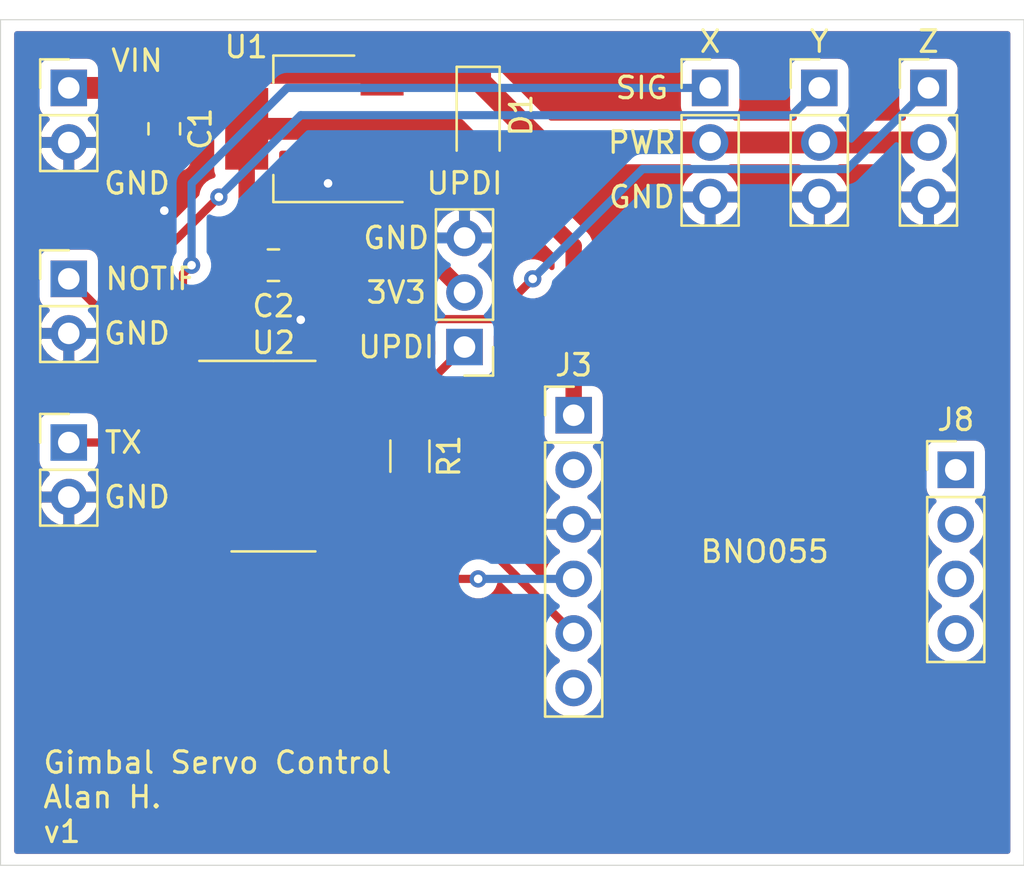
<source format=kicad_pcb>
(kicad_pcb (version 20171130) (host pcbnew "(5.1.9)-1")

  (general
    (thickness 1.6)
    (drawings 24)
    (tracks 72)
    (zones 0)
    (modules 15)
    (nets 13)
  )

  (page A4)
  (layers
    (0 F.Cu signal)
    (31 B.Cu signal)
    (32 B.Adhes user)
    (33 F.Adhes user)
    (34 B.Paste user)
    (35 F.Paste user)
    (36 B.SilkS user)
    (37 F.SilkS user)
    (38 B.Mask user)
    (39 F.Mask user)
    (40 Dwgs.User user)
    (41 Cmts.User user)
    (42 Eco1.User user)
    (43 Eco2.User user)
    (44 Edge.Cuts user)
    (45 Margin user)
    (46 B.CrtYd user)
    (47 F.CrtYd user)
    (48 B.Fab user)
    (49 F.Fab user)
  )

  (setup
    (last_trace_width 0.381)
    (user_trace_width 0.254)
    (user_trace_width 0.381)
    (user_trace_width 0.508)
    (user_trace_width 0.762)
    (user_trace_width 1.016)
    (trace_clearance 0.2)
    (zone_clearance 0.508)
    (zone_45_only no)
    (trace_min 0.2)
    (via_size 0.8)
    (via_drill 0.4)
    (via_min_size 0.4)
    (via_min_drill 0.3)
    (uvia_size 0.3)
    (uvia_drill 0.1)
    (uvias_allowed no)
    (uvia_min_size 0.2)
    (uvia_min_drill 0.1)
    (edge_width 0.05)
    (segment_width 0.2)
    (pcb_text_width 0.3)
    (pcb_text_size 1.5 1.5)
    (mod_edge_width 0.12)
    (mod_text_size 1 1)
    (mod_text_width 0.15)
    (pad_size 1.524 1.524)
    (pad_drill 0.762)
    (pad_to_mask_clearance 0)
    (aux_axis_origin 0 0)
    (visible_elements FFFFFF7F)
    (pcbplotparams
      (layerselection 0x010fc_ffffffff)
      (usegerberextensions false)
      (usegerberattributes true)
      (usegerberadvancedattributes true)
      (creategerberjobfile true)
      (excludeedgelayer true)
      (linewidth 0.100000)
      (plotframeref false)
      (viasonmask false)
      (mode 1)
      (useauxorigin false)
      (hpglpennumber 1)
      (hpglpenspeed 20)
      (hpglpendiameter 15.000000)
      (psnegative false)
      (psa4output false)
      (plotreference true)
      (plotvalue true)
      (plotinvisibletext false)
      (padsonsilk false)
      (subtractmaskfromsilk false)
      (outputformat 1)
      (mirror false)
      (drillshape 0)
      (scaleselection 1)
      (outputdirectory "Gerbers/"))
  )

  (net 0 "")
  (net 1 GND)
  (net 2 VCC)
  (net 3 +3V3)
  (net 4 /UPDI)
  (net 5 /SCL)
  (net 6 /SDA)
  (net 7 /Servo_X)
  (net 8 /TX)
  (net 9 /NOTIF)
  (net 10 /Servo_Y)
  (net 11 /Servo_Z)
  (net 12 "Net-(R1-Pad2)")

  (net_class Default "This is the default net class."
    (clearance 0.2)
    (trace_width 0.25)
    (via_dia 0.8)
    (via_drill 0.4)
    (uvia_dia 0.3)
    (uvia_drill 0.1)
    (add_net +3V3)
    (add_net /NOTIF)
    (add_net /SCL)
    (add_net /SDA)
    (add_net /Servo_X)
    (add_net /Servo_Y)
    (add_net /Servo_Z)
    (add_net /TX)
    (add_net /UPDI)
    (add_net GND)
    (add_net "Net-(R1-Pad2)")
    (add_net VCC)
  )

  (module Package_SO:SOIC-14_3.9x8.7mm_P1.27mm (layer F.Cu) (tedit 5D9F72B1) (tstamp 61F1095D)
    (at 138.43 95.25)
    (descr "SOIC, 14 Pin (JEDEC MS-012AB, https://www.analog.com/media/en/package-pcb-resources/package/pkg_pdf/soic_narrow-r/r_14.pdf), generated with kicad-footprint-generator ipc_gullwing_generator.py")
    (tags "SOIC SO")
    (path /61F358F2)
    (attr smd)
    (fp_text reference U2 (at 0 -5.28) (layer F.SilkS)
      (effects (font (size 1 1) (thickness 0.15)))
    )
    (fp_text value ATtiny1604-SS (at 0 5.28) (layer F.Fab)
      (effects (font (size 1 1) (thickness 0.15)))
    )
    (fp_text user %R (at 0 0) (layer F.Fab)
      (effects (font (size 0.98 0.98) (thickness 0.15)))
    )
    (fp_line (start 0 4.435) (end 1.95 4.435) (layer F.SilkS) (width 0.12))
    (fp_line (start 0 4.435) (end -1.95 4.435) (layer F.SilkS) (width 0.12))
    (fp_line (start 0 -4.435) (end 1.95 -4.435) (layer F.SilkS) (width 0.12))
    (fp_line (start 0 -4.435) (end -3.45 -4.435) (layer F.SilkS) (width 0.12))
    (fp_line (start -0.975 -4.325) (end 1.95 -4.325) (layer F.Fab) (width 0.1))
    (fp_line (start 1.95 -4.325) (end 1.95 4.325) (layer F.Fab) (width 0.1))
    (fp_line (start 1.95 4.325) (end -1.95 4.325) (layer F.Fab) (width 0.1))
    (fp_line (start -1.95 4.325) (end -1.95 -3.35) (layer F.Fab) (width 0.1))
    (fp_line (start -1.95 -3.35) (end -0.975 -4.325) (layer F.Fab) (width 0.1))
    (fp_line (start -3.7 -4.58) (end -3.7 4.58) (layer F.CrtYd) (width 0.05))
    (fp_line (start -3.7 4.58) (end 3.7 4.58) (layer F.CrtYd) (width 0.05))
    (fp_line (start 3.7 4.58) (end 3.7 -4.58) (layer F.CrtYd) (width 0.05))
    (fp_line (start 3.7 -4.58) (end -3.7 -4.58) (layer F.CrtYd) (width 0.05))
    (pad 14 smd roundrect (at 2.475 -3.81) (size 1.95 0.6) (layers F.Cu F.Paste F.Mask) (roundrect_rratio 0.25)
      (net 1 GND))
    (pad 13 smd roundrect (at 2.475 -2.54) (size 1.95 0.6) (layers F.Cu F.Paste F.Mask) (roundrect_rratio 0.25)
      (net 11 /Servo_Z))
    (pad 12 smd roundrect (at 2.475 -1.27) (size 1.95 0.6) (layers F.Cu F.Paste F.Mask) (roundrect_rratio 0.25))
    (pad 11 smd roundrect (at 2.475 0) (size 1.95 0.6) (layers F.Cu F.Paste F.Mask) (roundrect_rratio 0.25))
    (pad 10 smd roundrect (at 2.475 1.27) (size 1.95 0.6) (layers F.Cu F.Paste F.Mask) (roundrect_rratio 0.25)
      (net 12 "Net-(R1-Pad2)"))
    (pad 9 smd roundrect (at 2.475 2.54) (size 1.95 0.6) (layers F.Cu F.Paste F.Mask) (roundrect_rratio 0.25)
      (net 5 /SCL))
    (pad 8 smd roundrect (at 2.475 3.81) (size 1.95 0.6) (layers F.Cu F.Paste F.Mask) (roundrect_rratio 0.25)
      (net 6 /SDA))
    (pad 7 smd roundrect (at -2.475 3.81) (size 1.95 0.6) (layers F.Cu F.Paste F.Mask) (roundrect_rratio 0.25)
      (net 8 /TX))
    (pad 6 smd roundrect (at -2.475 2.54) (size 1.95 0.6) (layers F.Cu F.Paste F.Mask) (roundrect_rratio 0.25))
    (pad 5 smd roundrect (at -2.475 1.27) (size 1.95 0.6) (layers F.Cu F.Paste F.Mask) (roundrect_rratio 0.25))
    (pad 4 smd roundrect (at -2.475 0) (size 1.95 0.6) (layers F.Cu F.Paste F.Mask) (roundrect_rratio 0.25)
      (net 9 /NOTIF))
    (pad 3 smd roundrect (at -2.475 -1.27) (size 1.95 0.6) (layers F.Cu F.Paste F.Mask) (roundrect_rratio 0.25)
      (net 10 /Servo_Y))
    (pad 2 smd roundrect (at -2.475 -2.54) (size 1.95 0.6) (layers F.Cu F.Paste F.Mask) (roundrect_rratio 0.25)
      (net 7 /Servo_X))
    (pad 1 smd roundrect (at -2.475 -3.81) (size 1.95 0.6) (layers F.Cu F.Paste F.Mask) (roundrect_rratio 0.25)
      (net 3 +3V3))
    (model ${KISYS3DMOD}/Package_SO.3dshapes/SOIC-14_3.9x8.7mm_P1.27mm.wrl
      (at (xyz 0 0 0))
      (scale (xyz 1 1 1))
      (rotate (xyz 0 0 0))
    )
  )

  (module Package_TO_SOT_SMD:SOT-223-3_TabPin2 (layer F.Cu) (tedit 5A02FF57) (tstamp 61F1093D)
    (at 140.335 80.01 180)
    (descr "module CMS SOT223 4 pins")
    (tags "CMS SOT")
    (path /61F36CC9)
    (attr smd)
    (fp_text reference U1 (at 3.175 3.81) (layer F.SilkS)
      (effects (font (size 1 1) (thickness 0.15)))
    )
    (fp_text value LM1117-3.3 (at 0 4.5) (layer F.Fab)
      (effects (font (size 1 1) (thickness 0.15)))
    )
    (fp_text user %R (at 0 0 90) (layer F.Fab)
      (effects (font (size 0.8 0.8) (thickness 0.12)))
    )
    (fp_line (start 1.91 3.41) (end 1.91 2.15) (layer F.SilkS) (width 0.12))
    (fp_line (start 1.91 -3.41) (end 1.91 -2.15) (layer F.SilkS) (width 0.12))
    (fp_line (start 4.4 -3.6) (end -4.4 -3.6) (layer F.CrtYd) (width 0.05))
    (fp_line (start 4.4 3.6) (end 4.4 -3.6) (layer F.CrtYd) (width 0.05))
    (fp_line (start -4.4 3.6) (end 4.4 3.6) (layer F.CrtYd) (width 0.05))
    (fp_line (start -4.4 -3.6) (end -4.4 3.6) (layer F.CrtYd) (width 0.05))
    (fp_line (start -1.85 -2.35) (end -0.85 -3.35) (layer F.Fab) (width 0.1))
    (fp_line (start -1.85 -2.35) (end -1.85 3.35) (layer F.Fab) (width 0.1))
    (fp_line (start -1.85 3.41) (end 1.91 3.41) (layer F.SilkS) (width 0.12))
    (fp_line (start -0.85 -3.35) (end 1.85 -3.35) (layer F.Fab) (width 0.1))
    (fp_line (start -4.1 -3.41) (end 1.91 -3.41) (layer F.SilkS) (width 0.12))
    (fp_line (start -1.85 3.35) (end 1.85 3.35) (layer F.Fab) (width 0.1))
    (fp_line (start 1.85 -3.35) (end 1.85 3.35) (layer F.Fab) (width 0.1))
    (pad 1 smd rect (at -3.15 -2.3 180) (size 2 1.5) (layers F.Cu F.Paste F.Mask)
      (net 1 GND))
    (pad 3 smd rect (at -3.15 2.3 180) (size 2 1.5) (layers F.Cu F.Paste F.Mask)
      (net 2 VCC))
    (pad 2 smd rect (at -3.15 0 180) (size 2 1.5) (layers F.Cu F.Paste F.Mask)
      (net 3 +3V3))
    (pad 2 smd rect (at 3.15 0 180) (size 2 3.8) (layers F.Cu F.Paste F.Mask)
      (net 3 +3V3))
    (model ${KISYS3DMOD}/Package_TO_SOT_SMD.3dshapes/SOT-223.wrl
      (at (xyz 0 0 0))
      (scale (xyz 1 1 1))
      (rotate (xyz 0 0 0))
    )
  )

  (module Resistor_SMD:R_1206_3216Metric (layer F.Cu) (tedit 5F68FEEE) (tstamp 61F10927)
    (at 144.78 95.25 270)
    (descr "Resistor SMD 1206 (3216 Metric), square (rectangular) end terminal, IPC_7351 nominal, (Body size source: IPC-SM-782 page 72, https://www.pcb-3d.com/wordpress/wp-content/uploads/ipc-sm-782a_amendment_1_and_2.pdf), generated with kicad-footprint-generator")
    (tags resistor)
    (path /61F68A7D)
    (attr smd)
    (fp_text reference R1 (at 0 -1.82 90) (layer F.SilkS)
      (effects (font (size 1 1) (thickness 0.15)))
    )
    (fp_text value 1K (at 0 1.82 90) (layer F.Fab)
      (effects (font (size 1 1) (thickness 0.15)))
    )
    (fp_text user %R (at 0 0 90) (layer F.Fab)
      (effects (font (size 0.8 0.8) (thickness 0.12)))
    )
    (fp_line (start -1.6 0.8) (end -1.6 -0.8) (layer F.Fab) (width 0.1))
    (fp_line (start -1.6 -0.8) (end 1.6 -0.8) (layer F.Fab) (width 0.1))
    (fp_line (start 1.6 -0.8) (end 1.6 0.8) (layer F.Fab) (width 0.1))
    (fp_line (start 1.6 0.8) (end -1.6 0.8) (layer F.Fab) (width 0.1))
    (fp_line (start -0.727064 -0.91) (end 0.727064 -0.91) (layer F.SilkS) (width 0.12))
    (fp_line (start -0.727064 0.91) (end 0.727064 0.91) (layer F.SilkS) (width 0.12))
    (fp_line (start -2.28 1.12) (end -2.28 -1.12) (layer F.CrtYd) (width 0.05))
    (fp_line (start -2.28 -1.12) (end 2.28 -1.12) (layer F.CrtYd) (width 0.05))
    (fp_line (start 2.28 -1.12) (end 2.28 1.12) (layer F.CrtYd) (width 0.05))
    (fp_line (start 2.28 1.12) (end -2.28 1.12) (layer F.CrtYd) (width 0.05))
    (pad 2 smd roundrect (at 1.4625 0 270) (size 1.125 1.75) (layers F.Cu F.Paste F.Mask) (roundrect_rratio 0.2222213333333333)
      (net 12 "Net-(R1-Pad2)"))
    (pad 1 smd roundrect (at -1.4625 0 270) (size 1.125 1.75) (layers F.Cu F.Paste F.Mask) (roundrect_rratio 0.2222213333333333)
      (net 4 /UPDI))
    (model ${KISYS3DMOD}/Resistor_SMD.3dshapes/R_1206_3216Metric.wrl
      (at (xyz 0 0 0))
      (scale (xyz 1 1 1))
      (rotate (xyz 0 0 0))
    )
  )

  (module Connector_PinHeader_2.54mm:PinHeader_1x03_P2.54mm_Vertical (layer F.Cu) (tedit 59FED5CC) (tstamp 61F10916)
    (at 168.91 78.105)
    (descr "Through hole straight pin header, 1x03, 2.54mm pitch, single row")
    (tags "Through hole pin header THT 1x03 2.54mm single row")
    (path /61F3A035)
    (fp_text reference J9 (at 0 7.62) (layer F.SilkS) hide
      (effects (font (size 1 1) (thickness 0.15)))
    )
    (fp_text value Servo (at 0 7.41) (layer F.Fab)
      (effects (font (size 1 1) (thickness 0.15)))
    )
    (fp_text user %R (at 0 2.54 90) (layer F.Fab)
      (effects (font (size 1 1) (thickness 0.15)))
    )
    (fp_line (start -0.635 -1.27) (end 1.27 -1.27) (layer F.Fab) (width 0.1))
    (fp_line (start 1.27 -1.27) (end 1.27 6.35) (layer F.Fab) (width 0.1))
    (fp_line (start 1.27 6.35) (end -1.27 6.35) (layer F.Fab) (width 0.1))
    (fp_line (start -1.27 6.35) (end -1.27 -0.635) (layer F.Fab) (width 0.1))
    (fp_line (start -1.27 -0.635) (end -0.635 -1.27) (layer F.Fab) (width 0.1))
    (fp_line (start -1.33 6.41) (end 1.33 6.41) (layer F.SilkS) (width 0.12))
    (fp_line (start -1.33 1.27) (end -1.33 6.41) (layer F.SilkS) (width 0.12))
    (fp_line (start 1.33 1.27) (end 1.33 6.41) (layer F.SilkS) (width 0.12))
    (fp_line (start -1.33 1.27) (end 1.33 1.27) (layer F.SilkS) (width 0.12))
    (fp_line (start -1.33 0) (end -1.33 -1.33) (layer F.SilkS) (width 0.12))
    (fp_line (start -1.33 -1.33) (end 0 -1.33) (layer F.SilkS) (width 0.12))
    (fp_line (start -1.8 -1.8) (end -1.8 6.85) (layer F.CrtYd) (width 0.05))
    (fp_line (start -1.8 6.85) (end 1.8 6.85) (layer F.CrtYd) (width 0.05))
    (fp_line (start 1.8 6.85) (end 1.8 -1.8) (layer F.CrtYd) (width 0.05))
    (fp_line (start 1.8 -1.8) (end -1.8 -1.8) (layer F.CrtYd) (width 0.05))
    (pad 3 thru_hole oval (at 0 5.08) (size 1.7 1.7) (drill 1) (layers *.Cu *.Mask)
      (net 1 GND))
    (pad 2 thru_hole oval (at 0 2.54) (size 1.7 1.7) (drill 1) (layers *.Cu *.Mask)
      (net 2 VCC))
    (pad 1 thru_hole rect (at 0 0) (size 1.7 1.7) (drill 1) (layers *.Cu *.Mask)
      (net 11 /Servo_Z))
    (model ${KISYS3DMOD}/Connector_PinHeader_2.54mm.3dshapes/PinHeader_1x03_P2.54mm_Vertical.wrl
      (at (xyz 0 0 0))
      (scale (xyz 1 1 1))
      (rotate (xyz 0 0 0))
    )
  )

  (module Connector_PinHeader_2.54mm:PinHeader_1x04_P2.54mm_Vertical (layer F.Cu) (tedit 59FED5CC) (tstamp 61F108FF)
    (at 170.18 95.885)
    (descr "Through hole straight pin header, 1x04, 2.54mm pitch, single row")
    (tags "Through hole pin header THT 1x04 2.54mm single row")
    (path /61F66CA0)
    (fp_text reference J8 (at 0 -2.33) (layer F.SilkS)
      (effects (font (size 1 1) (thickness 0.15)))
    )
    (fp_text value BNO2 (at 0 9.95) (layer F.Fab)
      (effects (font (size 1 1) (thickness 0.15)))
    )
    (fp_text user %R (at 0 3.81 90) (layer F.Fab)
      (effects (font (size 1 1) (thickness 0.15)))
    )
    (fp_line (start -0.635 -1.27) (end 1.27 -1.27) (layer F.Fab) (width 0.1))
    (fp_line (start 1.27 -1.27) (end 1.27 8.89) (layer F.Fab) (width 0.1))
    (fp_line (start 1.27 8.89) (end -1.27 8.89) (layer F.Fab) (width 0.1))
    (fp_line (start -1.27 8.89) (end -1.27 -0.635) (layer F.Fab) (width 0.1))
    (fp_line (start -1.27 -0.635) (end -0.635 -1.27) (layer F.Fab) (width 0.1))
    (fp_line (start -1.33 8.95) (end 1.33 8.95) (layer F.SilkS) (width 0.12))
    (fp_line (start -1.33 1.27) (end -1.33 8.95) (layer F.SilkS) (width 0.12))
    (fp_line (start 1.33 1.27) (end 1.33 8.95) (layer F.SilkS) (width 0.12))
    (fp_line (start -1.33 1.27) (end 1.33 1.27) (layer F.SilkS) (width 0.12))
    (fp_line (start -1.33 0) (end -1.33 -1.33) (layer F.SilkS) (width 0.12))
    (fp_line (start -1.33 -1.33) (end 0 -1.33) (layer F.SilkS) (width 0.12))
    (fp_line (start -1.8 -1.8) (end -1.8 9.4) (layer F.CrtYd) (width 0.05))
    (fp_line (start -1.8 9.4) (end 1.8 9.4) (layer F.CrtYd) (width 0.05))
    (fp_line (start 1.8 9.4) (end 1.8 -1.8) (layer F.CrtYd) (width 0.05))
    (fp_line (start 1.8 -1.8) (end -1.8 -1.8) (layer F.CrtYd) (width 0.05))
    (pad 4 thru_hole oval (at 0 7.62) (size 1.7 1.7) (drill 1) (layers *.Cu *.Mask))
    (pad 3 thru_hole oval (at 0 5.08) (size 1.7 1.7) (drill 1) (layers *.Cu *.Mask))
    (pad 2 thru_hole oval (at 0 2.54) (size 1.7 1.7) (drill 1) (layers *.Cu *.Mask))
    (pad 1 thru_hole rect (at 0 0) (size 1.7 1.7) (drill 1) (layers *.Cu *.Mask))
    (model ${KISYS3DMOD}/Connector_PinHeader_2.54mm.3dshapes/PinHeader_1x04_P2.54mm_Vertical.wrl
      (at (xyz 0 0 0))
      (scale (xyz 1 1 1))
      (rotate (xyz 0 0 0))
    )
  )

  (module Connector_PinHeader_2.54mm:PinHeader_1x03_P2.54mm_Vertical (layer F.Cu) (tedit 59FED5CC) (tstamp 61F108E7)
    (at 163.83 78.105)
    (descr "Through hole straight pin header, 1x03, 2.54mm pitch, single row")
    (tags "Through hole pin header THT 1x03 2.54mm single row")
    (path /61F39DDC)
    (fp_text reference J7 (at 0 7.62) (layer F.SilkS) hide
      (effects (font (size 1 1) (thickness 0.15)))
    )
    (fp_text value Servo (at 0 7.41) (layer F.Fab)
      (effects (font (size 1 1) (thickness 0.15)))
    )
    (fp_text user %R (at 0 2.54 90) (layer F.Fab)
      (effects (font (size 1 1) (thickness 0.15)))
    )
    (fp_line (start -0.635 -1.27) (end 1.27 -1.27) (layer F.Fab) (width 0.1))
    (fp_line (start 1.27 -1.27) (end 1.27 6.35) (layer F.Fab) (width 0.1))
    (fp_line (start 1.27 6.35) (end -1.27 6.35) (layer F.Fab) (width 0.1))
    (fp_line (start -1.27 6.35) (end -1.27 -0.635) (layer F.Fab) (width 0.1))
    (fp_line (start -1.27 -0.635) (end -0.635 -1.27) (layer F.Fab) (width 0.1))
    (fp_line (start -1.33 6.41) (end 1.33 6.41) (layer F.SilkS) (width 0.12))
    (fp_line (start -1.33 1.27) (end -1.33 6.41) (layer F.SilkS) (width 0.12))
    (fp_line (start 1.33 1.27) (end 1.33 6.41) (layer F.SilkS) (width 0.12))
    (fp_line (start -1.33 1.27) (end 1.33 1.27) (layer F.SilkS) (width 0.12))
    (fp_line (start -1.33 0) (end -1.33 -1.33) (layer F.SilkS) (width 0.12))
    (fp_line (start -1.33 -1.33) (end 0 -1.33) (layer F.SilkS) (width 0.12))
    (fp_line (start -1.8 -1.8) (end -1.8 6.85) (layer F.CrtYd) (width 0.05))
    (fp_line (start -1.8 6.85) (end 1.8 6.85) (layer F.CrtYd) (width 0.05))
    (fp_line (start 1.8 6.85) (end 1.8 -1.8) (layer F.CrtYd) (width 0.05))
    (fp_line (start 1.8 -1.8) (end -1.8 -1.8) (layer F.CrtYd) (width 0.05))
    (pad 3 thru_hole oval (at 0 5.08) (size 1.7 1.7) (drill 1) (layers *.Cu *.Mask)
      (net 1 GND))
    (pad 2 thru_hole oval (at 0 2.54) (size 1.7 1.7) (drill 1) (layers *.Cu *.Mask)
      (net 2 VCC))
    (pad 1 thru_hole rect (at 0 0) (size 1.7 1.7) (drill 1) (layers *.Cu *.Mask)
      (net 10 /Servo_Y))
    (model ${KISYS3DMOD}/Connector_PinHeader_2.54mm.3dshapes/PinHeader_1x03_P2.54mm_Vertical.wrl
      (at (xyz 0 0 0))
      (scale (xyz 1 1 1))
      (rotate (xyz 0 0 0))
    )
  )

  (module Connector_PinHeader_2.54mm:PinHeader_1x02_P2.54mm_Vertical (layer F.Cu) (tedit 59FED5CC) (tstamp 61F108D0)
    (at 128.905 86.995)
    (descr "Through hole straight pin header, 1x02, 2.54mm pitch, single row")
    (tags "Through hole pin header THT 1x02 2.54mm single row")
    (path /61F3A7CB)
    (fp_text reference J6 (at 0 5.08) (layer F.SilkS) hide
      (effects (font (size 1 1) (thickness 0.15)))
    )
    (fp_text value NOTIF (at 0 4.87) (layer F.Fab)
      (effects (font (size 1 1) (thickness 0.15)))
    )
    (fp_text user %R (at 0 1.27 90) (layer F.Fab)
      (effects (font (size 1 1) (thickness 0.15)))
    )
    (fp_line (start -0.635 -1.27) (end 1.27 -1.27) (layer F.Fab) (width 0.1))
    (fp_line (start 1.27 -1.27) (end 1.27 3.81) (layer F.Fab) (width 0.1))
    (fp_line (start 1.27 3.81) (end -1.27 3.81) (layer F.Fab) (width 0.1))
    (fp_line (start -1.27 3.81) (end -1.27 -0.635) (layer F.Fab) (width 0.1))
    (fp_line (start -1.27 -0.635) (end -0.635 -1.27) (layer F.Fab) (width 0.1))
    (fp_line (start -1.33 3.87) (end 1.33 3.87) (layer F.SilkS) (width 0.12))
    (fp_line (start -1.33 1.27) (end -1.33 3.87) (layer F.SilkS) (width 0.12))
    (fp_line (start 1.33 1.27) (end 1.33 3.87) (layer F.SilkS) (width 0.12))
    (fp_line (start -1.33 1.27) (end 1.33 1.27) (layer F.SilkS) (width 0.12))
    (fp_line (start -1.33 0) (end -1.33 -1.33) (layer F.SilkS) (width 0.12))
    (fp_line (start -1.33 -1.33) (end 0 -1.33) (layer F.SilkS) (width 0.12))
    (fp_line (start -1.8 -1.8) (end -1.8 4.35) (layer F.CrtYd) (width 0.05))
    (fp_line (start -1.8 4.35) (end 1.8 4.35) (layer F.CrtYd) (width 0.05))
    (fp_line (start 1.8 4.35) (end 1.8 -1.8) (layer F.CrtYd) (width 0.05))
    (fp_line (start 1.8 -1.8) (end -1.8 -1.8) (layer F.CrtYd) (width 0.05))
    (pad 2 thru_hole oval (at 0 2.54) (size 1.7 1.7) (drill 1) (layers *.Cu *.Mask)
      (net 1 GND))
    (pad 1 thru_hole rect (at 0 0) (size 1.7 1.7) (drill 1) (layers *.Cu *.Mask)
      (net 9 /NOTIF))
    (model ${KISYS3DMOD}/Connector_PinHeader_2.54mm.3dshapes/PinHeader_1x02_P2.54mm_Vertical.wrl
      (at (xyz 0 0 0))
      (scale (xyz 1 1 1))
      (rotate (xyz 0 0 0))
    )
  )

  (module Connector_PinHeader_2.54mm:PinHeader_1x02_P2.54mm_Vertical (layer F.Cu) (tedit 59FED5CC) (tstamp 61F108BA)
    (at 128.905 94.615)
    (descr "Through hole straight pin header, 1x02, 2.54mm pitch, single row")
    (tags "Through hole pin header THT 1x02 2.54mm single row")
    (path /61F3A409)
    (fp_text reference J5 (at 0 5.08) (layer F.SilkS) hide
      (effects (font (size 1 1) (thickness 0.15)))
    )
    (fp_text value UART (at 0 4.87) (layer F.Fab)
      (effects (font (size 1 1) (thickness 0.15)))
    )
    (fp_text user %R (at 0 1.27 90) (layer F.Fab)
      (effects (font (size 1 1) (thickness 0.15)))
    )
    (fp_line (start -0.635 -1.27) (end 1.27 -1.27) (layer F.Fab) (width 0.1))
    (fp_line (start 1.27 -1.27) (end 1.27 3.81) (layer F.Fab) (width 0.1))
    (fp_line (start 1.27 3.81) (end -1.27 3.81) (layer F.Fab) (width 0.1))
    (fp_line (start -1.27 3.81) (end -1.27 -0.635) (layer F.Fab) (width 0.1))
    (fp_line (start -1.27 -0.635) (end -0.635 -1.27) (layer F.Fab) (width 0.1))
    (fp_line (start -1.33 3.87) (end 1.33 3.87) (layer F.SilkS) (width 0.12))
    (fp_line (start -1.33 1.27) (end -1.33 3.87) (layer F.SilkS) (width 0.12))
    (fp_line (start 1.33 1.27) (end 1.33 3.87) (layer F.SilkS) (width 0.12))
    (fp_line (start -1.33 1.27) (end 1.33 1.27) (layer F.SilkS) (width 0.12))
    (fp_line (start -1.33 0) (end -1.33 -1.33) (layer F.SilkS) (width 0.12))
    (fp_line (start -1.33 -1.33) (end 0 -1.33) (layer F.SilkS) (width 0.12))
    (fp_line (start -1.8 -1.8) (end -1.8 4.35) (layer F.CrtYd) (width 0.05))
    (fp_line (start -1.8 4.35) (end 1.8 4.35) (layer F.CrtYd) (width 0.05))
    (fp_line (start 1.8 4.35) (end 1.8 -1.8) (layer F.CrtYd) (width 0.05))
    (fp_line (start 1.8 -1.8) (end -1.8 -1.8) (layer F.CrtYd) (width 0.05))
    (pad 2 thru_hole oval (at 0 2.54) (size 1.7 1.7) (drill 1) (layers *.Cu *.Mask)
      (net 1 GND))
    (pad 1 thru_hole rect (at 0 0) (size 1.7 1.7) (drill 1) (layers *.Cu *.Mask)
      (net 8 /TX))
    (model ${KISYS3DMOD}/Connector_PinHeader_2.54mm.3dshapes/PinHeader_1x02_P2.54mm_Vertical.wrl
      (at (xyz 0 0 0))
      (scale (xyz 1 1 1))
      (rotate (xyz 0 0 0))
    )
  )

  (module Connector_PinHeader_2.54mm:PinHeader_1x03_P2.54mm_Vertical (layer F.Cu) (tedit 59FED5CC) (tstamp 61F108A4)
    (at 158.75 78.105)
    (descr "Through hole straight pin header, 1x03, 2.54mm pitch, single row")
    (tags "Through hole pin header THT 1x03 2.54mm single row")
    (path /61F392D5)
    (fp_text reference J4 (at 0 7.62) (layer F.SilkS) hide
      (effects (font (size 1 1) (thickness 0.15)))
    )
    (fp_text value Servo (at 0 7.41) (layer F.Fab)
      (effects (font (size 1 1) (thickness 0.15)))
    )
    (fp_text user %R (at 0 2.54 90) (layer F.Fab)
      (effects (font (size 1 1) (thickness 0.15)))
    )
    (fp_line (start -0.635 -1.27) (end 1.27 -1.27) (layer F.Fab) (width 0.1))
    (fp_line (start 1.27 -1.27) (end 1.27 6.35) (layer F.Fab) (width 0.1))
    (fp_line (start 1.27 6.35) (end -1.27 6.35) (layer F.Fab) (width 0.1))
    (fp_line (start -1.27 6.35) (end -1.27 -0.635) (layer F.Fab) (width 0.1))
    (fp_line (start -1.27 -0.635) (end -0.635 -1.27) (layer F.Fab) (width 0.1))
    (fp_line (start -1.33 6.41) (end 1.33 6.41) (layer F.SilkS) (width 0.12))
    (fp_line (start -1.33 1.27) (end -1.33 6.41) (layer F.SilkS) (width 0.12))
    (fp_line (start 1.33 1.27) (end 1.33 6.41) (layer F.SilkS) (width 0.12))
    (fp_line (start -1.33 1.27) (end 1.33 1.27) (layer F.SilkS) (width 0.12))
    (fp_line (start -1.33 0) (end -1.33 -1.33) (layer F.SilkS) (width 0.12))
    (fp_line (start -1.33 -1.33) (end 0 -1.33) (layer F.SilkS) (width 0.12))
    (fp_line (start -1.8 -1.8) (end -1.8 6.85) (layer F.CrtYd) (width 0.05))
    (fp_line (start -1.8 6.85) (end 1.8 6.85) (layer F.CrtYd) (width 0.05))
    (fp_line (start 1.8 6.85) (end 1.8 -1.8) (layer F.CrtYd) (width 0.05))
    (fp_line (start 1.8 -1.8) (end -1.8 -1.8) (layer F.CrtYd) (width 0.05))
    (pad 3 thru_hole oval (at 0 5.08) (size 1.7 1.7) (drill 1) (layers *.Cu *.Mask)
      (net 1 GND))
    (pad 2 thru_hole oval (at 0 2.54) (size 1.7 1.7) (drill 1) (layers *.Cu *.Mask)
      (net 2 VCC))
    (pad 1 thru_hole rect (at 0 0) (size 1.7 1.7) (drill 1) (layers *.Cu *.Mask)
      (net 7 /Servo_X))
    (model ${KISYS3DMOD}/Connector_PinHeader_2.54mm.3dshapes/PinHeader_1x03_P2.54mm_Vertical.wrl
      (at (xyz 0 0 0))
      (scale (xyz 1 1 1))
      (rotate (xyz 0 0 0))
    )
  )

  (module Connector_PinHeader_2.54mm:PinHeader_1x06_P2.54mm_Vertical (layer F.Cu) (tedit 59FED5CC) (tstamp 61F1088D)
    (at 152.4 93.345)
    (descr "Through hole straight pin header, 1x06, 2.54mm pitch, single row")
    (tags "Through hole pin header THT 1x06 2.54mm single row")
    (path /61F600F9)
    (fp_text reference J3 (at 0 -2.33) (layer F.SilkS)
      (effects (font (size 1 1) (thickness 0.15)))
    )
    (fp_text value BNO1 (at 0 15.03) (layer F.Fab)
      (effects (font (size 1 1) (thickness 0.15)))
    )
    (fp_text user %R (at 0 6.35 90) (layer F.Fab)
      (effects (font (size 1 1) (thickness 0.15)))
    )
    (fp_line (start -0.635 -1.27) (end 1.27 -1.27) (layer F.Fab) (width 0.1))
    (fp_line (start 1.27 -1.27) (end 1.27 13.97) (layer F.Fab) (width 0.1))
    (fp_line (start 1.27 13.97) (end -1.27 13.97) (layer F.Fab) (width 0.1))
    (fp_line (start -1.27 13.97) (end -1.27 -0.635) (layer F.Fab) (width 0.1))
    (fp_line (start -1.27 -0.635) (end -0.635 -1.27) (layer F.Fab) (width 0.1))
    (fp_line (start -1.33 14.03) (end 1.33 14.03) (layer F.SilkS) (width 0.12))
    (fp_line (start -1.33 1.27) (end -1.33 14.03) (layer F.SilkS) (width 0.12))
    (fp_line (start 1.33 1.27) (end 1.33 14.03) (layer F.SilkS) (width 0.12))
    (fp_line (start -1.33 1.27) (end 1.33 1.27) (layer F.SilkS) (width 0.12))
    (fp_line (start -1.33 0) (end -1.33 -1.33) (layer F.SilkS) (width 0.12))
    (fp_line (start -1.33 -1.33) (end 0 -1.33) (layer F.SilkS) (width 0.12))
    (fp_line (start -1.8 -1.8) (end -1.8 14.5) (layer F.CrtYd) (width 0.05))
    (fp_line (start -1.8 14.5) (end 1.8 14.5) (layer F.CrtYd) (width 0.05))
    (fp_line (start 1.8 14.5) (end 1.8 -1.8) (layer F.CrtYd) (width 0.05))
    (fp_line (start 1.8 -1.8) (end -1.8 -1.8) (layer F.CrtYd) (width 0.05))
    (pad 6 thru_hole oval (at 0 12.7) (size 1.7 1.7) (drill 1) (layers *.Cu *.Mask))
    (pad 5 thru_hole oval (at 0 10.16) (size 1.7 1.7) (drill 1) (layers *.Cu *.Mask)
      (net 5 /SCL))
    (pad 4 thru_hole oval (at 0 7.62) (size 1.7 1.7) (drill 1) (layers *.Cu *.Mask)
      (net 6 /SDA))
    (pad 3 thru_hole oval (at 0 5.08) (size 1.7 1.7) (drill 1) (layers *.Cu *.Mask)
      (net 1 GND))
    (pad 2 thru_hole oval (at 0 2.54) (size 1.7 1.7) (drill 1) (layers *.Cu *.Mask))
    (pad 1 thru_hole rect (at 0 0) (size 1.7 1.7) (drill 1) (layers *.Cu *.Mask)
      (net 3 +3V3))
    (model ${KISYS3DMOD}/Connector_PinHeader_2.54mm.3dshapes/PinHeader_1x06_P2.54mm_Vertical.wrl
      (at (xyz 0 0 0))
      (scale (xyz 1 1 1))
      (rotate (xyz 0 0 0))
    )
  )

  (module Connector_PinHeader_2.54mm:PinHeader_1x03_P2.54mm_Vertical (layer F.Cu) (tedit 59FED5CC) (tstamp 61F10873)
    (at 147.32 90.17 180)
    (descr "Through hole straight pin header, 1x03, 2.54mm pitch, single row")
    (tags "Through hole pin header THT 1x03 2.54mm single row")
    (path /61F37FF3)
    (fp_text reference J2 (at 0 -2.33) (layer F.SilkS) hide
      (effects (font (size 1 1) (thickness 0.15)))
    )
    (fp_text value UPDI (at 0 7.41) (layer F.Fab)
      (effects (font (size 1 1) (thickness 0.15)))
    )
    (fp_text user %R (at 0 2.54 90) (layer F.Fab)
      (effects (font (size 1 1) (thickness 0.15)))
    )
    (fp_line (start -0.635 -1.27) (end 1.27 -1.27) (layer F.Fab) (width 0.1))
    (fp_line (start 1.27 -1.27) (end 1.27 6.35) (layer F.Fab) (width 0.1))
    (fp_line (start 1.27 6.35) (end -1.27 6.35) (layer F.Fab) (width 0.1))
    (fp_line (start -1.27 6.35) (end -1.27 -0.635) (layer F.Fab) (width 0.1))
    (fp_line (start -1.27 -0.635) (end -0.635 -1.27) (layer F.Fab) (width 0.1))
    (fp_line (start -1.33 6.41) (end 1.33 6.41) (layer F.SilkS) (width 0.12))
    (fp_line (start -1.33 1.27) (end -1.33 6.41) (layer F.SilkS) (width 0.12))
    (fp_line (start 1.33 1.27) (end 1.33 6.41) (layer F.SilkS) (width 0.12))
    (fp_line (start -1.33 1.27) (end 1.33 1.27) (layer F.SilkS) (width 0.12))
    (fp_line (start -1.33 0) (end -1.33 -1.33) (layer F.SilkS) (width 0.12))
    (fp_line (start -1.33 -1.33) (end 0 -1.33) (layer F.SilkS) (width 0.12))
    (fp_line (start -1.8 -1.8) (end -1.8 6.85) (layer F.CrtYd) (width 0.05))
    (fp_line (start -1.8 6.85) (end 1.8 6.85) (layer F.CrtYd) (width 0.05))
    (fp_line (start 1.8 6.85) (end 1.8 -1.8) (layer F.CrtYd) (width 0.05))
    (fp_line (start 1.8 -1.8) (end -1.8 -1.8) (layer F.CrtYd) (width 0.05))
    (pad 3 thru_hole oval (at 0 5.08 180) (size 1.7 1.7) (drill 1) (layers *.Cu *.Mask)
      (net 1 GND))
    (pad 2 thru_hole oval (at 0 2.54 180) (size 1.7 1.7) (drill 1) (layers *.Cu *.Mask)
      (net 3 +3V3))
    (pad 1 thru_hole rect (at 0 0 180) (size 1.7 1.7) (drill 1) (layers *.Cu *.Mask)
      (net 4 /UPDI))
    (model ${KISYS3DMOD}/Connector_PinHeader_2.54mm.3dshapes/PinHeader_1x03_P2.54mm_Vertical.wrl
      (at (xyz 0 0 0))
      (scale (xyz 1 1 1))
      (rotate (xyz 0 0 0))
    )
  )

  (module Connector_PinHeader_2.54mm:PinHeader_1x02_P2.54mm_Vertical (layer F.Cu) (tedit 59FED5CC) (tstamp 61F1085C)
    (at 128.905 78.105)
    (descr "Through hole straight pin header, 1x02, 2.54mm pitch, single row")
    (tags "Through hole pin header THT 1x02 2.54mm single row")
    (path /61F378E9)
    (fp_text reference J1 (at 0 5.08) (layer F.SilkS) hide
      (effects (font (size 1 1) (thickness 0.15)))
    )
    (fp_text value PWR (at 0 4.87) (layer F.Fab)
      (effects (font (size 1 1) (thickness 0.15)))
    )
    (fp_text user %R (at 0 1.27 90) (layer F.Fab)
      (effects (font (size 1 1) (thickness 0.15)))
    )
    (fp_line (start -0.635 -1.27) (end 1.27 -1.27) (layer F.Fab) (width 0.1))
    (fp_line (start 1.27 -1.27) (end 1.27 3.81) (layer F.Fab) (width 0.1))
    (fp_line (start 1.27 3.81) (end -1.27 3.81) (layer F.Fab) (width 0.1))
    (fp_line (start -1.27 3.81) (end -1.27 -0.635) (layer F.Fab) (width 0.1))
    (fp_line (start -1.27 -0.635) (end -0.635 -1.27) (layer F.Fab) (width 0.1))
    (fp_line (start -1.33 3.87) (end 1.33 3.87) (layer F.SilkS) (width 0.12))
    (fp_line (start -1.33 1.27) (end -1.33 3.87) (layer F.SilkS) (width 0.12))
    (fp_line (start 1.33 1.27) (end 1.33 3.87) (layer F.SilkS) (width 0.12))
    (fp_line (start -1.33 1.27) (end 1.33 1.27) (layer F.SilkS) (width 0.12))
    (fp_line (start -1.33 0) (end -1.33 -1.33) (layer F.SilkS) (width 0.12))
    (fp_line (start -1.33 -1.33) (end 0 -1.33) (layer F.SilkS) (width 0.12))
    (fp_line (start -1.8 -1.8) (end -1.8 4.35) (layer F.CrtYd) (width 0.05))
    (fp_line (start -1.8 4.35) (end 1.8 4.35) (layer F.CrtYd) (width 0.05))
    (fp_line (start 1.8 4.35) (end 1.8 -1.8) (layer F.CrtYd) (width 0.05))
    (fp_line (start 1.8 -1.8) (end -1.8 -1.8) (layer F.CrtYd) (width 0.05))
    (pad 2 thru_hole oval (at 0 2.54) (size 1.7 1.7) (drill 1) (layers *.Cu *.Mask)
      (net 1 GND))
    (pad 1 thru_hole rect (at 0 0) (size 1.7 1.7) (drill 1) (layers *.Cu *.Mask)
      (net 2 VCC))
    (model ${KISYS3DMOD}/Connector_PinHeader_2.54mm.3dshapes/PinHeader_1x02_P2.54mm_Vertical.wrl
      (at (xyz 0 0 0))
      (scale (xyz 1 1 1))
      (rotate (xyz 0 0 0))
    )
  )

  (module Diode_SMD:D_SOD-123 (layer F.Cu) (tedit 58645DC7) (tstamp 61F10846)
    (at 147.955 79.375 270)
    (descr SOD-123)
    (tags SOD-123)
    (path /61F3ACBA)
    (attr smd)
    (fp_text reference D1 (at 0 -2 90) (layer F.SilkS)
      (effects (font (size 1 1) (thickness 0.15)))
    )
    (fp_text value MBR0520LT1G (at 0 2.1 90) (layer F.Fab)
      (effects (font (size 1 1) (thickness 0.15)))
    )
    (fp_text user %R (at 0 -2 90) (layer F.Fab)
      (effects (font (size 1 1) (thickness 0.15)))
    )
    (fp_line (start -2.25 -1) (end -2.25 1) (layer F.SilkS) (width 0.12))
    (fp_line (start 0.25 0) (end 0.75 0) (layer F.Fab) (width 0.1))
    (fp_line (start 0.25 0.4) (end -0.35 0) (layer F.Fab) (width 0.1))
    (fp_line (start 0.25 -0.4) (end 0.25 0.4) (layer F.Fab) (width 0.1))
    (fp_line (start -0.35 0) (end 0.25 -0.4) (layer F.Fab) (width 0.1))
    (fp_line (start -0.35 0) (end -0.35 0.55) (layer F.Fab) (width 0.1))
    (fp_line (start -0.35 0) (end -0.35 -0.55) (layer F.Fab) (width 0.1))
    (fp_line (start -0.75 0) (end -0.35 0) (layer F.Fab) (width 0.1))
    (fp_line (start -1.4 0.9) (end -1.4 -0.9) (layer F.Fab) (width 0.1))
    (fp_line (start 1.4 0.9) (end -1.4 0.9) (layer F.Fab) (width 0.1))
    (fp_line (start 1.4 -0.9) (end 1.4 0.9) (layer F.Fab) (width 0.1))
    (fp_line (start -1.4 -0.9) (end 1.4 -0.9) (layer F.Fab) (width 0.1))
    (fp_line (start -2.35 -1.15) (end 2.35 -1.15) (layer F.CrtYd) (width 0.05))
    (fp_line (start 2.35 -1.15) (end 2.35 1.15) (layer F.CrtYd) (width 0.05))
    (fp_line (start 2.35 1.15) (end -2.35 1.15) (layer F.CrtYd) (width 0.05))
    (fp_line (start -2.35 -1.15) (end -2.35 1.15) (layer F.CrtYd) (width 0.05))
    (fp_line (start -2.25 1) (end 1.65 1) (layer F.SilkS) (width 0.12))
    (fp_line (start -2.25 -1) (end 1.65 -1) (layer F.SilkS) (width 0.12))
    (pad 2 smd rect (at 1.65 0 270) (size 0.9 1.2) (layers F.Cu F.Paste F.Mask)
      (net 3 +3V3))
    (pad 1 smd rect (at -1.65 0 270) (size 0.9 1.2) (layers F.Cu F.Paste F.Mask)
      (net 2 VCC))
    (model ${KISYS3DMOD}/Diode_SMD.3dshapes/D_SOD-123.wrl
      (at (xyz 0 0 0))
      (scale (xyz 1 1 1))
      (rotate (xyz 0 0 0))
    )
  )

  (module Capacitor_SMD:C_0805_2012Metric (layer F.Cu) (tedit 5F68FEEE) (tstamp 61F1081C)
    (at 138.43 86.36)
    (descr "Capacitor SMD 0805 (2012 Metric), square (rectangular) end terminal, IPC_7351 nominal, (Body size source: IPC-SM-782 page 76, https://www.pcb-3d.com/wordpress/wp-content/uploads/ipc-sm-782a_amendment_1_and_2.pdf, https://docs.google.com/spreadsheets/d/1BsfQQcO9C6DZCsRaXUlFlo91Tg2WpOkGARC1WS5S8t0/edit?usp=sharing), generated with kicad-footprint-generator")
    (tags capacitor)
    (path /61F3C42A)
    (attr smd)
    (fp_text reference C2 (at 0 1.905) (layer F.SilkS)
      (effects (font (size 1 1) (thickness 0.15)))
    )
    (fp_text value 10uF (at 0 1.68) (layer F.Fab)
      (effects (font (size 1 1) (thickness 0.15)))
    )
    (fp_text user %R (at 0 0) (layer F.Fab)
      (effects (font (size 0.5 0.5) (thickness 0.08)))
    )
    (fp_line (start -1 0.625) (end -1 -0.625) (layer F.Fab) (width 0.1))
    (fp_line (start -1 -0.625) (end 1 -0.625) (layer F.Fab) (width 0.1))
    (fp_line (start 1 -0.625) (end 1 0.625) (layer F.Fab) (width 0.1))
    (fp_line (start 1 0.625) (end -1 0.625) (layer F.Fab) (width 0.1))
    (fp_line (start -0.261252 -0.735) (end 0.261252 -0.735) (layer F.SilkS) (width 0.12))
    (fp_line (start -0.261252 0.735) (end 0.261252 0.735) (layer F.SilkS) (width 0.12))
    (fp_line (start -1.7 0.98) (end -1.7 -0.98) (layer F.CrtYd) (width 0.05))
    (fp_line (start -1.7 -0.98) (end 1.7 -0.98) (layer F.CrtYd) (width 0.05))
    (fp_line (start 1.7 -0.98) (end 1.7 0.98) (layer F.CrtYd) (width 0.05))
    (fp_line (start 1.7 0.98) (end -1.7 0.98) (layer F.CrtYd) (width 0.05))
    (pad 2 smd roundrect (at 0.95 0) (size 1 1.45) (layers F.Cu F.Paste F.Mask) (roundrect_rratio 0.25)
      (net 1 GND))
    (pad 1 smd roundrect (at -0.95 0) (size 1 1.45) (layers F.Cu F.Paste F.Mask) (roundrect_rratio 0.25)
      (net 3 +3V3))
    (model ${KISYS3DMOD}/Capacitor_SMD.3dshapes/C_0805_2012Metric.wrl
      (at (xyz 0 0 0))
      (scale (xyz 1 1 1))
      (rotate (xyz 0 0 0))
    )
  )

  (module Capacitor_SMD:C_0805_2012Metric (layer F.Cu) (tedit 5F68FEEE) (tstamp 61F1080B)
    (at 133.35 80.01 270)
    (descr "Capacitor SMD 0805 (2012 Metric), square (rectangular) end terminal, IPC_7351 nominal, (Body size source: IPC-SM-782 page 76, https://www.pcb-3d.com/wordpress/wp-content/uploads/ipc-sm-782a_amendment_1_and_2.pdf, https://docs.google.com/spreadsheets/d/1BsfQQcO9C6DZCsRaXUlFlo91Tg2WpOkGARC1WS5S8t0/edit?usp=sharing), generated with kicad-footprint-generator")
    (tags capacitor)
    (path /61F3B730)
    (attr smd)
    (fp_text reference C1 (at 0 -1.68 90) (layer F.SilkS)
      (effects (font (size 1 1) (thickness 0.15)))
    )
    (fp_text value 10uF (at 0 1.68 90) (layer F.Fab)
      (effects (font (size 1 1) (thickness 0.15)))
    )
    (fp_text user %R (at 0 0 90) (layer F.Fab)
      (effects (font (size 0.5 0.5) (thickness 0.08)))
    )
    (fp_line (start -1 0.625) (end -1 -0.625) (layer F.Fab) (width 0.1))
    (fp_line (start -1 -0.625) (end 1 -0.625) (layer F.Fab) (width 0.1))
    (fp_line (start 1 -0.625) (end 1 0.625) (layer F.Fab) (width 0.1))
    (fp_line (start 1 0.625) (end -1 0.625) (layer F.Fab) (width 0.1))
    (fp_line (start -0.261252 -0.735) (end 0.261252 -0.735) (layer F.SilkS) (width 0.12))
    (fp_line (start -0.261252 0.735) (end 0.261252 0.735) (layer F.SilkS) (width 0.12))
    (fp_line (start -1.7 0.98) (end -1.7 -0.98) (layer F.CrtYd) (width 0.05))
    (fp_line (start -1.7 -0.98) (end 1.7 -0.98) (layer F.CrtYd) (width 0.05))
    (fp_line (start 1.7 -0.98) (end 1.7 0.98) (layer F.CrtYd) (width 0.05))
    (fp_line (start 1.7 0.98) (end -1.7 0.98) (layer F.CrtYd) (width 0.05))
    (pad 2 smd roundrect (at 0.95 0 270) (size 1 1.45) (layers F.Cu F.Paste F.Mask) (roundrect_rratio 0.25)
      (net 1 GND))
    (pad 1 smd roundrect (at -0.95 0 270) (size 1 1.45) (layers F.Cu F.Paste F.Mask) (roundrect_rratio 0.25)
      (net 2 VCC))
    (model ${KISYS3DMOD}/Capacitor_SMD.3dshapes/C_0805_2012Metric.wrl
      (at (xyz 0 0 0))
      (scale (xyz 1 1 1))
      (rotate (xyz 0 0 0))
    )
  )

  (gr_text BNO055 (at 161.29 99.695) (layer F.SilkS)
    (effects (font (size 1 1) (thickness 0.15)))
  )
  (gr_text "Gimbal Servo Control\nAlan H.\nv1" (at 127.635 111.125) (layer F.SilkS)
    (effects (font (size 1 1) (thickness 0.15)) (justify left))
  )
  (gr_text UPDI (at 147.32 82.55) (layer F.SilkS)
    (effects (font (size 1 1) (thickness 0.15)))
  )
  (gr_text GND (at 132.08 97.155) (layer F.SilkS)
    (effects (font (size 1 1) (thickness 0.15)))
  )
  (gr_text TX (at 131.445 94.615) (layer F.SilkS)
    (effects (font (size 1 1) (thickness 0.15)))
  )
  (gr_text GND (at 132.08 89.535) (layer F.SilkS)
    (effects (font (size 1 1) (thickness 0.15)))
  )
  (gr_text NOTIF (at 132.715 86.995) (layer F.SilkS)
    (effects (font (size 1 1) (thickness 0.15)))
  )
  (gr_text GND (at 132.08 82.55) (layer F.SilkS)
    (effects (font (size 1 1) (thickness 0.15)))
  )
  (gr_text GND (at 155.575 83.185) (layer F.SilkS)
    (effects (font (size 1 1) (thickness 0.15)))
  )
  (gr_text PWR (at 155.575 80.645) (layer F.SilkS)
    (effects (font (size 1 1) (thickness 0.15)))
  )
  (gr_text SIG (at 155.575 78.105) (layer F.SilkS)
    (effects (font (size 1 1) (thickness 0.15)))
  )
  (gr_text UPDI (at 144.145 90.17) (layer F.SilkS)
    (effects (font (size 1 1) (thickness 0.15)))
  )
  (gr_text 3V3 (at 144.145 87.63) (layer F.SilkS)
    (effects (font (size 1 1) (thickness 0.15)))
  )
  (gr_text GND (at 144.145 85.09) (layer F.SilkS)
    (effects (font (size 1 1) (thickness 0.15)))
  )
  (gr_text VIN (at 132.08 76.835) (layer F.SilkS)
    (effects (font (size 1 1) (thickness 0.15)))
  )
  (gr_text Z (at 168.91 75.946) (layer F.SilkS)
    (effects (font (size 1 1) (thickness 0.15)))
  )
  (gr_text Y (at 163.83 75.946) (layer F.SilkS)
    (effects (font (size 1 1) (thickness 0.15)))
  )
  (gr_text X (at 158.75 75.946) (layer F.SilkS) (tstamp 61F123F3)
    (effects (font (size 1 1) (thickness 0.15)))
  )
  (gr_line (start 173.355 74.93) (end 125.73 74.93) (layer Edge.Cuts) (width 0.05) (tstamp 61F11D65))
  (gr_line (start 173.355 114.3) (end 173.355 74.93) (layer Edge.Cuts) (width 0.05))
  (gr_line (start 125.73 114.3) (end 173.355 114.3) (layer Edge.Cuts) (width 0.05))
  (gr_line (start 125.73 74.93) (end 125.73 114.3) (layer Edge.Cuts) (width 0.05))
  (gr_line (start 151.13 113.665) (end 172.085 113.665) (layer Dwgs.User) (width 0.15) (tstamp 61F11812))
  (gr_line (start 151.13 85.725) (end 172.085 85.725) (layer Dwgs.User) (width 0.15))

  (via (at 140.97 82.55) (size 0.8) (drill 0.4) (layers F.Cu B.Cu) (net 1))
  (via (at 139.7 88.9) (size 0.8) (drill 0.4) (layers F.Cu B.Cu) (net 1))
  (via (at 133.35 83.82) (size 0.8) (drill 0.4) (layers F.Cu B.Cu) (net 1))
  (segment (start 132.395 78.105) (end 133.35 79.06) (width 1.016) (layer F.Cu) (net 2))
  (segment (start 128.905 78.105) (end 132.395 78.105) (width 1.016) (layer F.Cu) (net 2))
  (segment (start 143.176999 77.401999) (end 143.485 77.71) (width 1.016) (layer F.Cu) (net 2))
  (segment (start 135.008001 77.401999) (end 143.176999 77.401999) (width 1.016) (layer F.Cu) (net 2))
  (segment (start 133.35 79.06) (end 135.008001 77.401999) (width 1.016) (layer F.Cu) (net 2))
  (segment (start 143.5 77.725) (end 143.485 77.71) (width 1.016) (layer F.Cu) (net 2))
  (segment (start 147.955 77.725) (end 143.5 77.725) (width 1.016) (layer F.Cu) (net 2))
  (segment (start 150.875 80.645) (end 158.75 80.645) (width 1.016) (layer F.Cu) (net 2))
  (segment (start 147.955 77.725) (end 150.875 80.645) (width 1.016) (layer F.Cu) (net 2))
  (segment (start 158.75 80.645) (end 168.91 80.645) (width 1.016) (layer F.Cu) (net 2))
  (segment (start 137.185 80.01) (end 143.485 80.01) (width 1.016) (layer F.Cu) (net 3))
  (segment (start 146.94 80.01) (end 147.955 81.025) (width 1.016) (layer F.Cu) (net 3))
  (segment (start 143.485 80.01) (end 146.94 80.01) (width 1.016) (layer F.Cu) (net 3))
  (segment (start 137.185 86.065) (end 137.48 86.36) (width 0.762) (layer F.Cu) (net 3))
  (segment (start 135.955 87.885) (end 137.48 86.36) (width 0.762) (layer F.Cu) (net 3))
  (segment (start 135.955 91.44) (end 135.955 87.885) (width 0.762) (layer F.Cu) (net 3))
  (segment (start 152.4 93.345) (end 152.4 89.28) (width 0.762) (layer F.Cu) (net 3))
  (segment (start 152.4 85.47) (end 147.955 81.025) (width 0.762) (layer F.Cu) (net 3))
  (segment (start 152.4 89.28) (end 152.4 85.47) (width 0.762) (layer F.Cu) (net 3))
  (segment (start 144.12 84.43) (end 137.185 84.43) (width 0.762) (layer F.Cu) (net 3))
  (segment (start 137.185 84.43) (end 137.185 86.065) (width 0.762) (layer F.Cu) (net 3))
  (segment (start 147.32 87.63) (end 144.12 84.43) (width 0.762) (layer F.Cu) (net 3))
  (segment (start 137.185 80.01) (end 137.185 84.43) (width 0.762) (layer F.Cu) (net 3))
  (segment (start 144.78 92.71) (end 147.32 90.17) (width 0.381) (layer F.Cu) (net 4))
  (segment (start 144.78 93.7875) (end 144.78 92.71) (width 0.381) (layer F.Cu) (net 4))
  (segment (start 147.955 99.06) (end 152.4 103.505) (width 0.381) (layer F.Cu) (net 5))
  (segment (start 143.51 99.06) (end 147.955 99.06) (width 0.381) (layer F.Cu) (net 5))
  (segment (start 142.24 97.79) (end 143.51 99.06) (width 0.381) (layer F.Cu) (net 5))
  (segment (start 140.905 97.79) (end 142.24 97.79) (width 0.381) (layer F.Cu) (net 5))
  (segment (start 147.955 100.965) (end 147.955 100.965) (width 0.381) (layer F.Cu) (net 6) (tstamp 61F11A60))
  (via (at 147.955 100.965) (size 0.8) (drill 0.4) (layers F.Cu B.Cu) (net 6))
  (segment (start 152.4 100.965) (end 147.955 100.965) (width 0.381) (layer B.Cu) (net 6))
  (segment (start 142.81 100.965) (end 147.955 100.965) (width 0.381) (layer F.Cu) (net 6))
  (segment (start 140.905 99.06) (end 142.81 100.965) (width 0.381) (layer F.Cu) (net 6))
  (via (at 134.62 86.36) (size 0.8) (drill 0.4) (layers F.Cu B.Cu) (net 7))
  (segment (start 134.98 92.71) (end 134.220001 91.950001) (width 0.381) (layer F.Cu) (net 7))
  (segment (start 134.220001 86.759999) (end 134.62 86.36) (width 0.381) (layer F.Cu) (net 7))
  (segment (start 134.220001 91.950001) (end 134.220001 86.759999) (width 0.381) (layer F.Cu) (net 7))
  (segment (start 135.955 92.71) (end 134.98 92.71) (width 0.381) (layer F.Cu) (net 7))
  (segment (start 158.75 78.105) (end 139.065 78.105) (width 0.381) (layer B.Cu) (net 7))
  (segment (start 139.065 78.105) (end 134.62 82.55) (width 0.381) (layer B.Cu) (net 7))
  (segment (start 134.62 82.55) (end 134.62 86.36) (width 0.381) (layer B.Cu) (net 7))
  (segment (start 130.535 94.615) (end 128.905 94.615) (width 0.381) (layer F.Cu) (net 8))
  (segment (start 134.98 99.06) (end 130.535 94.615) (width 0.381) (layer F.Cu) (net 8))
  (segment (start 135.955 99.06) (end 134.98 99.06) (width 0.381) (layer F.Cu) (net 8))
  (segment (start 134.98 95.25) (end 132.08 92.35) (width 0.381) (layer F.Cu) (net 9))
  (segment (start 135.955 95.25) (end 134.98 95.25) (width 0.381) (layer F.Cu) (net 9))
  (segment (start 132.08 90.17) (end 128.905 86.995) (width 0.381) (layer F.Cu) (net 9))
  (segment (start 132.08 92.35) (end 132.08 90.17) (width 0.381) (layer F.Cu) (net 9))
  (segment (start 134.98 93.98) (end 133.35 92.35) (width 0.381) (layer F.Cu) (net 10))
  (segment (start 135.955 93.98) (end 134.98 93.98) (width 0.381) (layer F.Cu) (net 10))
  (segment (start 133.35 92.35) (end 133.35 85.725) (width 0.381) (layer F.Cu) (net 10))
  (segment (start 133.35 85.725) (end 135.89 83.185) (width 0.381) (layer F.Cu) (net 10))
  (segment (start 135.89 83.185) (end 135.89 83.185) (width 0.381) (layer F.Cu) (net 10) (tstamp 61F11C1E))
  (via (at 135.89 83.185) (size 0.8) (drill 0.4) (layers F.Cu B.Cu) (net 10))
  (segment (start 162.56 79.375) (end 163.83 78.105) (width 0.381) (layer B.Cu) (net 10))
  (segment (start 139.7 79.375) (end 162.56 79.375) (width 0.381) (layer B.Cu) (net 10))
  (segment (start 135.89 83.185) (end 139.7 79.375) (width 0.381) (layer B.Cu) (net 10))
  (segment (start 145.719499 88.870501) (end 148.619499 88.870501) (width 0.381) (layer F.Cu) (net 11))
  (segment (start 141.88 92.71) (end 145.719499 88.870501) (width 0.381) (layer F.Cu) (net 11))
  (segment (start 140.905 92.71) (end 141.88 92.71) (width 0.381) (layer F.Cu) (net 11))
  (segment (start 148.619499 88.870501) (end 150.495 86.995) (width 0.381) (layer F.Cu) (net 11))
  (segment (start 150.495 86.995) (end 150.495 86.995) (width 0.381) (layer F.Cu) (net 11) (tstamp 61F11D3A))
  (via (at 150.495 86.995) (size 0.8) (drill 0.4) (layers F.Cu B.Cu) (net 11))
  (segment (start 165.129499 81.885501) (end 168.91 78.105) (width 0.381) (layer B.Cu) (net 11))
  (segment (start 155.604499 81.885501) (end 165.129499 81.885501) (width 0.381) (layer B.Cu) (net 11))
  (segment (start 150.495 86.995) (end 155.604499 81.885501) (width 0.381) (layer B.Cu) (net 11))
  (segment (start 144.5875 96.52) (end 144.78 96.7125) (width 0.381) (layer F.Cu) (net 12))
  (segment (start 140.905 96.52) (end 144.5875 96.52) (width 0.381) (layer F.Cu) (net 12))

  (zone (net 1) (net_name GND) (layer B.Cu) (tstamp 61F124A7) (hatch edge 0.508)
    (connect_pads (clearance 0.508))
    (min_thickness 0.254)
    (fill yes (arc_segments 32) (thermal_gap 0.508) (thermal_bridge_width 0.508))
    (polygon
      (pts
        (xy 172.72 114.935) (xy 126.365 114.935) (xy 126.365 74.93) (xy 172.72 74.93)
      )
    )
    (filled_polygon
      (pts
        (xy 172.593 113.64) (xy 126.492 113.64) (xy 126.492 100.863061) (xy 146.92 100.863061) (xy 146.92 101.066939)
        (xy 146.959774 101.266898) (xy 147.037795 101.455256) (xy 147.151063 101.624774) (xy 147.295226 101.768937) (xy 147.464744 101.882205)
        (xy 147.653102 101.960226) (xy 147.853061 102) (xy 148.056939 102) (xy 148.256898 101.960226) (xy 148.445256 101.882205)
        (xy 148.582503 101.7905) (xy 151.165587 101.7905) (xy 151.246525 101.911632) (xy 151.453368 102.118475) (xy 151.62776 102.235)
        (xy 151.453368 102.351525) (xy 151.246525 102.558368) (xy 151.08401 102.801589) (xy 150.972068 103.071842) (xy 150.915 103.35874)
        (xy 150.915 103.65126) (xy 150.972068 103.938158) (xy 151.08401 104.208411) (xy 151.246525 104.451632) (xy 151.453368 104.658475)
        (xy 151.62776 104.775) (xy 151.453368 104.891525) (xy 151.246525 105.098368) (xy 151.08401 105.341589) (xy 150.972068 105.611842)
        (xy 150.915 105.89874) (xy 150.915 106.19126) (xy 150.972068 106.478158) (xy 151.08401 106.748411) (xy 151.246525 106.991632)
        (xy 151.453368 107.198475) (xy 151.696589 107.36099) (xy 151.966842 107.472932) (xy 152.25374 107.53) (xy 152.54626 107.53)
        (xy 152.833158 107.472932) (xy 153.103411 107.36099) (xy 153.346632 107.198475) (xy 153.553475 106.991632) (xy 153.71599 106.748411)
        (xy 153.827932 106.478158) (xy 153.885 106.19126) (xy 153.885 105.89874) (xy 153.827932 105.611842) (xy 153.71599 105.341589)
        (xy 153.553475 105.098368) (xy 153.346632 104.891525) (xy 153.17224 104.775) (xy 153.346632 104.658475) (xy 153.553475 104.451632)
        (xy 153.71599 104.208411) (xy 153.827932 103.938158) (xy 153.885 103.65126) (xy 153.885 103.35874) (xy 153.827932 103.071842)
        (xy 153.71599 102.801589) (xy 153.553475 102.558368) (xy 153.346632 102.351525) (xy 153.17224 102.235) (xy 153.346632 102.118475)
        (xy 153.553475 101.911632) (xy 153.71599 101.668411) (xy 153.827932 101.398158) (xy 153.885 101.11126) (xy 153.885 100.81874)
        (xy 153.827932 100.531842) (xy 153.71599 100.261589) (xy 153.553475 100.018368) (xy 153.346632 99.811525) (xy 153.164466 99.689805)
        (xy 153.281355 99.620178) (xy 153.497588 99.425269) (xy 153.671641 99.19192) (xy 153.796825 98.929099) (xy 153.841476 98.78189)
        (xy 153.720155 98.552) (xy 152.527 98.552) (xy 152.527 98.572) (xy 152.273 98.572) (xy 152.273 98.552)
        (xy 151.079845 98.552) (xy 150.958524 98.78189) (xy 151.003175 98.929099) (xy 151.128359 99.19192) (xy 151.302412 99.425269)
        (xy 151.518645 99.620178) (xy 151.635534 99.689805) (xy 151.453368 99.811525) (xy 151.246525 100.018368) (xy 151.165587 100.1395)
        (xy 148.582503 100.1395) (xy 148.445256 100.047795) (xy 148.256898 99.969774) (xy 148.056939 99.93) (xy 147.853061 99.93)
        (xy 147.653102 99.969774) (xy 147.464744 100.047795) (xy 147.295226 100.161063) (xy 147.151063 100.305226) (xy 147.037795 100.474744)
        (xy 146.959774 100.663102) (xy 146.92 100.863061) (xy 126.492 100.863061) (xy 126.492 97.51189) (xy 127.463524 97.51189)
        (xy 127.508175 97.659099) (xy 127.633359 97.92192) (xy 127.807412 98.155269) (xy 128.023645 98.350178) (xy 128.273748 98.499157)
        (xy 128.548109 98.596481) (xy 128.778 98.475814) (xy 128.778 97.282) (xy 129.032 97.282) (xy 129.032 98.475814)
        (xy 129.261891 98.596481) (xy 129.536252 98.499157) (xy 129.786355 98.350178) (xy 130.002588 98.155269) (xy 130.176641 97.92192)
        (xy 130.301825 97.659099) (xy 130.346476 97.51189) (xy 130.225155 97.282) (xy 129.032 97.282) (xy 128.778 97.282)
        (xy 127.584845 97.282) (xy 127.463524 97.51189) (xy 126.492 97.51189) (xy 126.492 93.765) (xy 127.416928 93.765)
        (xy 127.416928 95.465) (xy 127.429188 95.589482) (xy 127.465498 95.70918) (xy 127.524463 95.819494) (xy 127.603815 95.916185)
        (xy 127.700506 95.995537) (xy 127.81082 96.054502) (xy 127.891466 96.078966) (xy 127.807412 96.154731) (xy 127.633359 96.38808)
        (xy 127.508175 96.650901) (xy 127.463524 96.79811) (xy 127.584845 97.028) (xy 128.778 97.028) (xy 128.778 97.008)
        (xy 129.032 97.008) (xy 129.032 97.028) (xy 130.225155 97.028) (xy 130.346476 96.79811) (xy 130.301825 96.650901)
        (xy 130.176641 96.38808) (xy 130.002588 96.154731) (xy 129.918534 96.078966) (xy 129.99918 96.054502) (xy 130.109494 95.995537)
        (xy 130.206185 95.916185) (xy 130.285537 95.819494) (xy 130.344502 95.70918) (xy 130.380812 95.589482) (xy 130.393072 95.465)
        (xy 130.393072 93.765) (xy 130.380812 93.640518) (xy 130.344502 93.52082) (xy 130.285537 93.410506) (xy 130.206185 93.313815)
        (xy 130.109494 93.234463) (xy 129.99918 93.175498) (xy 129.879482 93.139188) (xy 129.755 93.126928) (xy 128.055 93.126928)
        (xy 127.930518 93.139188) (xy 127.81082 93.175498) (xy 127.700506 93.234463) (xy 127.603815 93.313815) (xy 127.524463 93.410506)
        (xy 127.465498 93.52082) (xy 127.429188 93.640518) (xy 127.416928 93.765) (xy 126.492 93.765) (xy 126.492 92.495)
        (xy 150.911928 92.495) (xy 150.911928 94.195) (xy 150.924188 94.319482) (xy 150.960498 94.43918) (xy 151.019463 94.549494)
        (xy 151.098815 94.646185) (xy 151.195506 94.725537) (xy 151.30582 94.784502) (xy 151.37838 94.806513) (xy 151.246525 94.938368)
        (xy 151.08401 95.181589) (xy 150.972068 95.451842) (xy 150.915 95.73874) (xy 150.915 96.03126) (xy 150.972068 96.318158)
        (xy 151.08401 96.588411) (xy 151.246525 96.831632) (xy 151.453368 97.038475) (xy 151.635534 97.160195) (xy 151.518645 97.229822)
        (xy 151.302412 97.424731) (xy 151.128359 97.65808) (xy 151.003175 97.920901) (xy 150.958524 98.06811) (xy 151.079845 98.298)
        (xy 152.273 98.298) (xy 152.273 98.278) (xy 152.527 98.278) (xy 152.527 98.298) (xy 153.720155 98.298)
        (xy 153.841476 98.06811) (xy 153.796825 97.920901) (xy 153.671641 97.65808) (xy 153.497588 97.424731) (xy 153.281355 97.229822)
        (xy 153.164466 97.160195) (xy 153.346632 97.038475) (xy 153.553475 96.831632) (xy 153.71599 96.588411) (xy 153.827932 96.318158)
        (xy 153.885 96.03126) (xy 153.885 95.73874) (xy 153.827932 95.451842) (xy 153.71599 95.181589) (xy 153.618043 95.035)
        (xy 168.691928 95.035) (xy 168.691928 96.735) (xy 168.704188 96.859482) (xy 168.740498 96.97918) (xy 168.799463 97.089494)
        (xy 168.878815 97.186185) (xy 168.975506 97.265537) (xy 169.08582 97.324502) (xy 169.15838 97.346513) (xy 169.026525 97.478368)
        (xy 168.86401 97.721589) (xy 168.752068 97.991842) (xy 168.695 98.27874) (xy 168.695 98.57126) (xy 168.752068 98.858158)
        (xy 168.86401 99.128411) (xy 169.026525 99.371632) (xy 169.233368 99.578475) (xy 169.40776 99.695) (xy 169.233368 99.811525)
        (xy 169.026525 100.018368) (xy 168.86401 100.261589) (xy 168.752068 100.531842) (xy 168.695 100.81874) (xy 168.695 101.11126)
        (xy 168.752068 101.398158) (xy 168.86401 101.668411) (xy 169.026525 101.911632) (xy 169.233368 102.118475) (xy 169.40776 102.235)
        (xy 169.233368 102.351525) (xy 169.026525 102.558368) (xy 168.86401 102.801589) (xy 168.752068 103.071842) (xy 168.695 103.35874)
        (xy 168.695 103.65126) (xy 168.752068 103.938158) (xy 168.86401 104.208411) (xy 169.026525 104.451632) (xy 169.233368 104.658475)
        (xy 169.476589 104.82099) (xy 169.746842 104.932932) (xy 170.03374 104.99) (xy 170.32626 104.99) (xy 170.613158 104.932932)
        (xy 170.883411 104.82099) (xy 171.126632 104.658475) (xy 171.333475 104.451632) (xy 171.49599 104.208411) (xy 171.607932 103.938158)
        (xy 171.665 103.65126) (xy 171.665 103.35874) (xy 171.607932 103.071842) (xy 171.49599 102.801589) (xy 171.333475 102.558368)
        (xy 171.126632 102.351525) (xy 170.95224 102.235) (xy 171.126632 102.118475) (xy 171.333475 101.911632) (xy 171.49599 101.668411)
        (xy 171.607932 101.398158) (xy 171.665 101.11126) (xy 171.665 100.81874) (xy 171.607932 100.531842) (xy 171.49599 100.261589)
        (xy 171.333475 100.018368) (xy 171.126632 99.811525) (xy 170.95224 99.695) (xy 171.126632 99.578475) (xy 171.333475 99.371632)
        (xy 171.49599 99.128411) (xy 171.607932 98.858158) (xy 171.665 98.57126) (xy 171.665 98.27874) (xy 171.607932 97.991842)
        (xy 171.49599 97.721589) (xy 171.333475 97.478368) (xy 171.20162 97.346513) (xy 171.27418 97.324502) (xy 171.384494 97.265537)
        (xy 171.481185 97.186185) (xy 171.560537 97.089494) (xy 171.619502 96.97918) (xy 171.655812 96.859482) (xy 171.668072 96.735)
        (xy 171.668072 95.035) (xy 171.655812 94.910518) (xy 171.619502 94.79082) (xy 171.560537 94.680506) (xy 171.481185 94.583815)
        (xy 171.384494 94.504463) (xy 171.27418 94.445498) (xy 171.154482 94.409188) (xy 171.03 94.396928) (xy 169.33 94.396928)
        (xy 169.205518 94.409188) (xy 169.08582 94.445498) (xy 168.975506 94.504463) (xy 168.878815 94.583815) (xy 168.799463 94.680506)
        (xy 168.740498 94.79082) (xy 168.704188 94.910518) (xy 168.691928 95.035) (xy 153.618043 95.035) (xy 153.553475 94.938368)
        (xy 153.42162 94.806513) (xy 153.49418 94.784502) (xy 153.604494 94.725537) (xy 153.701185 94.646185) (xy 153.780537 94.549494)
        (xy 153.839502 94.43918) (xy 153.875812 94.319482) (xy 153.888072 94.195) (xy 153.888072 92.495) (xy 153.875812 92.370518)
        (xy 153.839502 92.25082) (xy 153.780537 92.140506) (xy 153.701185 92.043815) (xy 153.604494 91.964463) (xy 153.49418 91.905498)
        (xy 153.374482 91.869188) (xy 153.25 91.856928) (xy 151.55 91.856928) (xy 151.425518 91.869188) (xy 151.30582 91.905498)
        (xy 151.195506 91.964463) (xy 151.098815 92.043815) (xy 151.019463 92.140506) (xy 150.960498 92.25082) (xy 150.924188 92.370518)
        (xy 150.911928 92.495) (xy 126.492 92.495) (xy 126.492 89.89189) (xy 127.463524 89.89189) (xy 127.508175 90.039099)
        (xy 127.633359 90.30192) (xy 127.807412 90.535269) (xy 128.023645 90.730178) (xy 128.273748 90.879157) (xy 128.548109 90.976481)
        (xy 128.778 90.855814) (xy 128.778 89.662) (xy 129.032 89.662) (xy 129.032 90.855814) (xy 129.261891 90.976481)
        (xy 129.536252 90.879157) (xy 129.786355 90.730178) (xy 130.002588 90.535269) (xy 130.176641 90.30192) (xy 130.301825 90.039099)
        (xy 130.346476 89.89189) (xy 130.225155 89.662) (xy 129.032 89.662) (xy 128.778 89.662) (xy 127.584845 89.662)
        (xy 127.463524 89.89189) (xy 126.492 89.89189) (xy 126.492 86.145) (xy 127.416928 86.145) (xy 127.416928 87.845)
        (xy 127.429188 87.969482) (xy 127.465498 88.08918) (xy 127.524463 88.199494) (xy 127.603815 88.296185) (xy 127.700506 88.375537)
        (xy 127.81082 88.434502) (xy 127.891466 88.458966) (xy 127.807412 88.534731) (xy 127.633359 88.76808) (xy 127.508175 89.030901)
        (xy 127.463524 89.17811) (xy 127.584845 89.408) (xy 128.778 89.408) (xy 128.778 89.388) (xy 129.032 89.388)
        (xy 129.032 89.408) (xy 130.225155 89.408) (xy 130.271595 89.32) (xy 145.831928 89.32) (xy 145.831928 91.02)
        (xy 145.844188 91.144482) (xy 145.880498 91.26418) (xy 145.939463 91.374494) (xy 146.018815 91.471185) (xy 146.115506 91.550537)
        (xy 146.22582 91.609502) (xy 146.345518 91.645812) (xy 146.47 91.658072) (xy 148.17 91.658072) (xy 148.294482 91.645812)
        (xy 148.41418 91.609502) (xy 148.524494 91.550537) (xy 148.621185 91.471185) (xy 148.700537 91.374494) (xy 148.759502 91.26418)
        (xy 148.795812 91.144482) (xy 148.808072 91.02) (xy 148.808072 89.32) (xy 148.795812 89.195518) (xy 148.759502 89.07582)
        (xy 148.700537 88.965506) (xy 148.621185 88.868815) (xy 148.524494 88.789463) (xy 148.41418 88.730498) (xy 148.34162 88.708487)
        (xy 148.473475 88.576632) (xy 148.63599 88.333411) (xy 148.747932 88.063158) (xy 148.805 87.77626) (xy 148.805 87.48374)
        (xy 148.747932 87.196842) (xy 148.63599 86.926589) (xy 148.473475 86.683368) (xy 148.266632 86.476525) (xy 148.084466 86.354805)
        (xy 148.201355 86.285178) (xy 148.417588 86.090269) (xy 148.591641 85.85692) (xy 148.716825 85.594099) (xy 148.761476 85.44689)
        (xy 148.640155 85.217) (xy 147.447 85.217) (xy 147.447 85.237) (xy 147.193 85.237) (xy 147.193 85.217)
        (xy 145.999845 85.217) (xy 145.878524 85.44689) (xy 145.923175 85.594099) (xy 146.048359 85.85692) (xy 146.222412 86.090269)
        (xy 146.438645 86.285178) (xy 146.555534 86.354805) (xy 146.373368 86.476525) (xy 146.166525 86.683368) (xy 146.00401 86.926589)
        (xy 145.892068 87.196842) (xy 145.835 87.48374) (xy 145.835 87.77626) (xy 145.892068 88.063158) (xy 146.00401 88.333411)
        (xy 146.166525 88.576632) (xy 146.29838 88.708487) (xy 146.22582 88.730498) (xy 146.115506 88.789463) (xy 146.018815 88.868815)
        (xy 145.939463 88.965506) (xy 145.880498 89.07582) (xy 145.844188 89.195518) (xy 145.831928 89.32) (xy 130.271595 89.32)
        (xy 130.346476 89.17811) (xy 130.301825 89.030901) (xy 130.176641 88.76808) (xy 130.002588 88.534731) (xy 129.918534 88.458966)
        (xy 129.99918 88.434502) (xy 130.109494 88.375537) (xy 130.206185 88.296185) (xy 130.285537 88.199494) (xy 130.344502 88.08918)
        (xy 130.380812 87.969482) (xy 130.393072 87.845) (xy 130.393072 86.258061) (xy 133.585 86.258061) (xy 133.585 86.461939)
        (xy 133.624774 86.661898) (xy 133.702795 86.850256) (xy 133.816063 87.019774) (xy 133.960226 87.163937) (xy 134.129744 87.277205)
        (xy 134.318102 87.355226) (xy 134.518061 87.395) (xy 134.721939 87.395) (xy 134.921898 87.355226) (xy 135.110256 87.277205)
        (xy 135.279774 87.163937) (xy 135.423937 87.019774) (xy 135.537205 86.850256) (xy 135.615226 86.661898) (xy 135.655 86.461939)
        (xy 135.655 86.258061) (xy 135.615226 86.058102) (xy 135.537205 85.869744) (xy 135.4455 85.732497) (xy 135.4455 84.73311)
        (xy 145.878524 84.73311) (xy 145.999845 84.963) (xy 147.193 84.963) (xy 147.193 83.769186) (xy 147.447 83.769186)
        (xy 147.447 84.963) (xy 148.640155 84.963) (xy 148.761476 84.73311) (xy 148.716825 84.585901) (xy 148.591641 84.32308)
        (xy 148.417588 84.089731) (xy 148.201355 83.894822) (xy 147.951252 83.745843) (xy 147.676891 83.648519) (xy 147.447 83.769186)
        (xy 147.193 83.769186) (xy 146.963109 83.648519) (xy 146.688748 83.745843) (xy 146.438645 83.894822) (xy 146.222412 84.089731)
        (xy 146.048359 84.32308) (xy 145.923175 84.585901) (xy 145.878524 84.73311) (xy 135.4455 84.73311) (xy 135.4455 84.121158)
        (xy 135.588102 84.180226) (xy 135.788061 84.22) (xy 135.991939 84.22) (xy 136.191898 84.180226) (xy 136.380256 84.102205)
        (xy 136.549774 83.988937) (xy 136.693937 83.844774) (xy 136.807205 83.675256) (xy 136.885226 83.486898) (xy 136.917429 83.325004)
        (xy 140.041934 80.2005) (xy 157.326766 80.2005) (xy 157.322068 80.211842) (xy 157.265 80.49874) (xy 157.265 80.79126)
        (xy 157.318456 81.060001) (xy 155.645049 81.060001) (xy 155.604499 81.056007) (xy 155.563948 81.060001) (xy 155.563946 81.060001)
        (xy 155.442673 81.071945) (xy 155.287065 81.119148) (xy 155.143656 81.195802) (xy 155.049457 81.273109) (xy 155.049454 81.273112)
        (xy 155.017958 81.29896) (xy 154.99211 81.330456) (xy 150.354996 85.967571) (xy 150.193102 85.999774) (xy 150.004744 86.077795)
        (xy 149.835226 86.191063) (xy 149.691063 86.335226) (xy 149.577795 86.504744) (xy 149.499774 86.693102) (xy 149.46 86.893061)
        (xy 149.46 87.096939) (xy 149.499774 87.296898) (xy 149.577795 87.485256) (xy 149.691063 87.654774) (xy 149.835226 87.798937)
        (xy 150.004744 87.912205) (xy 150.193102 87.990226) (xy 150.393061 88.03) (xy 150.596939 88.03) (xy 150.796898 87.990226)
        (xy 150.985256 87.912205) (xy 151.154774 87.798937) (xy 151.298937 87.654774) (xy 151.412205 87.485256) (xy 151.490226 87.296898)
        (xy 151.522429 87.135004) (xy 155.115543 83.54189) (xy 157.308524 83.54189) (xy 157.353175 83.689099) (xy 157.478359 83.95192)
        (xy 157.652412 84.185269) (xy 157.868645 84.380178) (xy 158.118748 84.529157) (xy 158.393109 84.626481) (xy 158.623 84.505814)
        (xy 158.623 83.312) (xy 158.877 83.312) (xy 158.877 84.505814) (xy 159.106891 84.626481) (xy 159.381252 84.529157)
        (xy 159.631355 84.380178) (xy 159.847588 84.185269) (xy 160.021641 83.95192) (xy 160.146825 83.689099) (xy 160.191476 83.54189)
        (xy 162.388524 83.54189) (xy 162.433175 83.689099) (xy 162.558359 83.95192) (xy 162.732412 84.185269) (xy 162.948645 84.380178)
        (xy 163.198748 84.529157) (xy 163.473109 84.626481) (xy 163.703 84.505814) (xy 163.703 83.312) (xy 163.957 83.312)
        (xy 163.957 84.505814) (xy 164.186891 84.626481) (xy 164.461252 84.529157) (xy 164.711355 84.380178) (xy 164.927588 84.185269)
        (xy 165.101641 83.95192) (xy 165.226825 83.689099) (xy 165.271476 83.54189) (xy 167.468524 83.54189) (xy 167.513175 83.689099)
        (xy 167.638359 83.95192) (xy 167.812412 84.185269) (xy 168.028645 84.380178) (xy 168.278748 84.529157) (xy 168.553109 84.626481)
        (xy 168.783 84.505814) (xy 168.783 83.312) (xy 169.037 83.312) (xy 169.037 84.505814) (xy 169.266891 84.626481)
        (xy 169.541252 84.529157) (xy 169.791355 84.380178) (xy 170.007588 84.185269) (xy 170.181641 83.95192) (xy 170.306825 83.689099)
        (xy 170.351476 83.54189) (xy 170.230155 83.312) (xy 169.037 83.312) (xy 168.783 83.312) (xy 167.589845 83.312)
        (xy 167.468524 83.54189) (xy 165.271476 83.54189) (xy 165.150155 83.312) (xy 163.957 83.312) (xy 163.703 83.312)
        (xy 162.509845 83.312) (xy 162.388524 83.54189) (xy 160.191476 83.54189) (xy 160.070155 83.312) (xy 158.877 83.312)
        (xy 158.623 83.312) (xy 157.429845 83.312) (xy 157.308524 83.54189) (xy 155.115543 83.54189) (xy 155.946433 82.711001)
        (xy 157.344045 82.711001) (xy 157.308524 82.82811) (xy 157.429845 83.058) (xy 158.623 83.058) (xy 158.623 83.038)
        (xy 158.877 83.038) (xy 158.877 83.058) (xy 160.070155 83.058) (xy 160.191476 82.82811) (xy 160.155955 82.711001)
        (xy 162.424045 82.711001) (xy 162.388524 82.82811) (xy 162.509845 83.058) (xy 163.703 83.058) (xy 163.703 83.038)
        (xy 163.957 83.038) (xy 163.957 83.058) (xy 165.150155 83.058) (xy 165.271476 82.82811) (xy 165.234043 82.704699)
        (xy 165.291325 82.699057) (xy 165.446933 82.651854) (xy 165.590341 82.5752) (xy 165.71604 82.472042) (xy 165.741897 82.440535)
        (xy 167.425 80.757433) (xy 167.425 80.79126) (xy 167.482068 81.078158) (xy 167.59401 81.348411) (xy 167.756525 81.591632)
        (xy 167.963368 81.798475) (xy 168.145534 81.920195) (xy 168.028645 81.989822) (xy 167.812412 82.184731) (xy 167.638359 82.41808)
        (xy 167.513175 82.680901) (xy 167.468524 82.82811) (xy 167.589845 83.058) (xy 168.783 83.058) (xy 168.783 83.038)
        (xy 169.037 83.038) (xy 169.037 83.058) (xy 170.230155 83.058) (xy 170.351476 82.82811) (xy 170.306825 82.680901)
        (xy 170.181641 82.41808) (xy 170.007588 82.184731) (xy 169.791355 81.989822) (xy 169.674466 81.920195) (xy 169.856632 81.798475)
        (xy 170.063475 81.591632) (xy 170.22599 81.348411) (xy 170.337932 81.078158) (xy 170.395 80.79126) (xy 170.395 80.49874)
        (xy 170.337932 80.211842) (xy 170.22599 79.941589) (xy 170.063475 79.698368) (xy 169.93162 79.566513) (xy 170.00418 79.544502)
        (xy 170.114494 79.485537) (xy 170.211185 79.406185) (xy 170.290537 79.309494) (xy 170.349502 79.19918) (xy 170.385812 79.079482)
        (xy 170.398072 78.955) (xy 170.398072 77.255) (xy 170.385812 77.130518) (xy 170.349502 77.01082) (xy 170.290537 76.900506)
        (xy 170.211185 76.803815) (xy 170.114494 76.724463) (xy 170.00418 76.665498) (xy 169.884482 76.629188) (xy 169.76 76.616928)
        (xy 168.06 76.616928) (xy 167.935518 76.629188) (xy 167.81582 76.665498) (xy 167.705506 76.724463) (xy 167.608815 76.803815)
        (xy 167.529463 76.900506) (xy 167.470498 77.01082) (xy 167.434188 77.130518) (xy 167.421928 77.255) (xy 167.421928 78.425638)
        (xy 165.315 80.532568) (xy 165.315 80.49874) (xy 165.257932 80.211842) (xy 165.14599 79.941589) (xy 164.983475 79.698368)
        (xy 164.85162 79.566513) (xy 164.92418 79.544502) (xy 165.034494 79.485537) (xy 165.131185 79.406185) (xy 165.210537 79.309494)
        (xy 165.269502 79.19918) (xy 165.305812 79.079482) (xy 165.318072 78.955) (xy 165.318072 77.255) (xy 165.305812 77.130518)
        (xy 165.269502 77.01082) (xy 165.210537 76.900506) (xy 165.131185 76.803815) (xy 165.034494 76.724463) (xy 164.92418 76.665498)
        (xy 164.804482 76.629188) (xy 164.68 76.616928) (xy 162.98 76.616928) (xy 162.855518 76.629188) (xy 162.73582 76.665498)
        (xy 162.625506 76.724463) (xy 162.528815 76.803815) (xy 162.449463 76.900506) (xy 162.390498 77.01082) (xy 162.354188 77.130518)
        (xy 162.341928 77.255) (xy 162.341928 78.42564) (xy 162.218068 78.5495) (xy 160.238072 78.5495) (xy 160.238072 77.255)
        (xy 160.225812 77.130518) (xy 160.189502 77.01082) (xy 160.130537 76.900506) (xy 160.051185 76.803815) (xy 159.954494 76.724463)
        (xy 159.84418 76.665498) (xy 159.724482 76.629188) (xy 159.6 76.616928) (xy 157.9 76.616928) (xy 157.775518 76.629188)
        (xy 157.65582 76.665498) (xy 157.545506 76.724463) (xy 157.448815 76.803815) (xy 157.369463 76.900506) (xy 157.310498 77.01082)
        (xy 157.274188 77.130518) (xy 157.261928 77.255) (xy 157.261928 77.2795) (xy 139.10555 77.2795) (xy 139.064999 77.275506)
        (xy 139.024449 77.2795) (xy 139.024447 77.2795) (xy 138.903174 77.291444) (xy 138.747566 77.338647) (xy 138.654111 77.388601)
        (xy 138.604157 77.415301) (xy 138.542596 77.465823) (xy 138.478459 77.518459) (xy 138.452607 77.54996) (xy 134.064966 81.937602)
        (xy 134.033459 81.963459) (xy 133.964631 82.047327) (xy 133.930301 82.089158) (xy 133.869486 82.202934) (xy 133.853647 82.232567)
        (xy 133.806444 82.388175) (xy 133.798184 82.472042) (xy 133.790506 82.55) (xy 133.7945 82.590551) (xy 133.794501 85.732496)
        (xy 133.702795 85.869744) (xy 133.624774 86.058102) (xy 133.585 86.258061) (xy 130.393072 86.258061) (xy 130.393072 86.145)
        (xy 130.380812 86.020518) (xy 130.344502 85.90082) (xy 130.285537 85.790506) (xy 130.206185 85.693815) (xy 130.109494 85.614463)
        (xy 129.99918 85.555498) (xy 129.879482 85.519188) (xy 129.755 85.506928) (xy 128.055 85.506928) (xy 127.930518 85.519188)
        (xy 127.81082 85.555498) (xy 127.700506 85.614463) (xy 127.603815 85.693815) (xy 127.524463 85.790506) (xy 127.465498 85.90082)
        (xy 127.429188 86.020518) (xy 127.416928 86.145) (xy 126.492 86.145) (xy 126.492 81.00189) (xy 127.463524 81.00189)
        (xy 127.508175 81.149099) (xy 127.633359 81.41192) (xy 127.807412 81.645269) (xy 128.023645 81.840178) (xy 128.273748 81.989157)
        (xy 128.548109 82.086481) (xy 128.778 81.965814) (xy 128.778 80.772) (xy 129.032 80.772) (xy 129.032 81.965814)
        (xy 129.261891 82.086481) (xy 129.536252 81.989157) (xy 129.786355 81.840178) (xy 130.002588 81.645269) (xy 130.176641 81.41192)
        (xy 130.301825 81.149099) (xy 130.346476 81.00189) (xy 130.225155 80.772) (xy 129.032 80.772) (xy 128.778 80.772)
        (xy 127.584845 80.772) (xy 127.463524 81.00189) (xy 126.492 81.00189) (xy 126.492 77.255) (xy 127.416928 77.255)
        (xy 127.416928 78.955) (xy 127.429188 79.079482) (xy 127.465498 79.19918) (xy 127.524463 79.309494) (xy 127.603815 79.406185)
        (xy 127.700506 79.485537) (xy 127.81082 79.544502) (xy 127.891466 79.568966) (xy 127.807412 79.644731) (xy 127.633359 79.87808)
        (xy 127.508175 80.140901) (xy 127.463524 80.28811) (xy 127.584845 80.518) (xy 128.778 80.518) (xy 128.778 80.498)
        (xy 129.032 80.498) (xy 129.032 80.518) (xy 130.225155 80.518) (xy 130.346476 80.28811) (xy 130.301825 80.140901)
        (xy 130.176641 79.87808) (xy 130.002588 79.644731) (xy 129.918534 79.568966) (xy 129.99918 79.544502) (xy 130.109494 79.485537)
        (xy 130.206185 79.406185) (xy 130.285537 79.309494) (xy 130.344502 79.19918) (xy 130.380812 79.079482) (xy 130.393072 78.955)
        (xy 130.393072 77.255) (xy 130.380812 77.130518) (xy 130.344502 77.01082) (xy 130.285537 76.900506) (xy 130.206185 76.803815)
        (xy 130.109494 76.724463) (xy 129.99918 76.665498) (xy 129.879482 76.629188) (xy 129.755 76.616928) (xy 128.055 76.616928)
        (xy 127.930518 76.629188) (xy 127.81082 76.665498) (xy 127.700506 76.724463) (xy 127.603815 76.803815) (xy 127.524463 76.900506)
        (xy 127.465498 77.01082) (xy 127.429188 77.130518) (xy 127.416928 77.255) (xy 126.492 77.255) (xy 126.492 75.59)
        (xy 172.593 75.59)
      )
    )
  )
  (zone (net 1) (net_name GND) (layer F.Cu) (tstamp 61F124A4) (hatch edge 0.508)
    (connect_pads (clearance 0.508))
    (min_thickness 0.254)
    (fill yes (arc_segments 32) (thermal_gap 0.508) (thermal_bridge_width 0.508))
    (polygon
      (pts
        (xy 172.72 114.935) (xy 126.365 114.935) (xy 126.365 74.93) (xy 172.72 74.93)
      )
    )
    (filled_polygon
      (pts
        (xy 172.593 113.64) (xy 126.492 113.64) (xy 126.492 97.51189) (xy 127.463524 97.51189) (xy 127.508175 97.659099)
        (xy 127.633359 97.92192) (xy 127.807412 98.155269) (xy 128.023645 98.350178) (xy 128.273748 98.499157) (xy 128.548109 98.596481)
        (xy 128.778 98.475814) (xy 128.778 97.282) (xy 129.032 97.282) (xy 129.032 98.475814) (xy 129.261891 98.596481)
        (xy 129.536252 98.499157) (xy 129.786355 98.350178) (xy 130.002588 98.155269) (xy 130.176641 97.92192) (xy 130.301825 97.659099)
        (xy 130.346476 97.51189) (xy 130.225155 97.282) (xy 129.032 97.282) (xy 128.778 97.282) (xy 127.584845 97.282)
        (xy 127.463524 97.51189) (xy 126.492 97.51189) (xy 126.492 89.89189) (xy 127.463524 89.89189) (xy 127.508175 90.039099)
        (xy 127.633359 90.30192) (xy 127.807412 90.535269) (xy 128.023645 90.730178) (xy 128.273748 90.879157) (xy 128.548109 90.976481)
        (xy 128.778 90.855814) (xy 128.778 89.662) (xy 127.584845 89.662) (xy 127.463524 89.89189) (xy 126.492 89.89189)
        (xy 126.492 81.00189) (xy 127.463524 81.00189) (xy 127.508175 81.149099) (xy 127.633359 81.41192) (xy 127.807412 81.645269)
        (xy 128.023645 81.840178) (xy 128.273748 81.989157) (xy 128.548109 82.086481) (xy 128.778 81.965814) (xy 128.778 80.772)
        (xy 129.032 80.772) (xy 129.032 81.965814) (xy 129.261891 82.086481) (xy 129.536252 81.989157) (xy 129.786355 81.840178)
        (xy 130.002588 81.645269) (xy 130.140778 81.46) (xy 131.986928 81.46) (xy 131.999188 81.584482) (xy 132.035498 81.70418)
        (xy 132.094463 81.814494) (xy 132.173815 81.911185) (xy 132.270506 81.990537) (xy 132.38082 82.049502) (xy 132.500518 82.085812)
        (xy 132.625 82.098072) (xy 133.06425 82.095) (xy 133.223 81.93625) (xy 133.223 81.087) (xy 133.477 81.087)
        (xy 133.477 81.93625) (xy 133.63575 82.095) (xy 134.075 82.098072) (xy 134.199482 82.085812) (xy 134.31918 82.049502)
        (xy 134.429494 81.990537) (xy 134.526185 81.911185) (xy 134.605537 81.814494) (xy 134.664502 81.70418) (xy 134.700812 81.584482)
        (xy 134.713072 81.46) (xy 134.71 81.24575) (xy 134.55125 81.087) (xy 133.477 81.087) (xy 133.223 81.087)
        (xy 132.14875 81.087) (xy 131.99 81.24575) (xy 131.986928 81.46) (xy 130.140778 81.46) (xy 130.176641 81.41192)
        (xy 130.301825 81.149099) (xy 130.346476 81.00189) (xy 130.225155 80.772) (xy 129.032 80.772) (xy 128.778 80.772)
        (xy 127.584845 80.772) (xy 127.463524 81.00189) (xy 126.492 81.00189) (xy 126.492 77.255) (xy 127.416928 77.255)
        (xy 127.416928 78.955) (xy 127.429188 79.079482) (xy 127.465498 79.19918) (xy 127.524463 79.309494) (xy 127.603815 79.406185)
        (xy 127.700506 79.485537) (xy 127.81082 79.544502) (xy 127.891466 79.568966) (xy 127.807412 79.644731) (xy 127.633359 79.87808)
        (xy 127.508175 80.140901) (xy 127.463524 80.28811) (xy 127.584845 80.518) (xy 128.778 80.518) (xy 128.778 80.498)
        (xy 129.032 80.498) (xy 129.032 80.518) (xy 130.225155 80.518) (xy 130.346476 80.28811) (xy 130.301825 80.140901)
        (xy 130.176641 79.87808) (xy 130.002588 79.644731) (xy 129.918534 79.568966) (xy 129.99918 79.544502) (xy 130.109494 79.485537)
        (xy 130.206185 79.406185) (xy 130.285537 79.309494) (xy 130.318407 79.248) (xy 131.921555 79.248) (xy 131.987297 79.313742)
        (xy 132.003992 79.483254) (xy 132.054528 79.64985) (xy 132.136595 79.803386) (xy 132.247038 79.937962) (xy 132.253594 79.943342)
        (xy 132.173815 80.008815) (xy 132.094463 80.105506) (xy 132.035498 80.21582) (xy 131.999188 80.335518) (xy 131.986928 80.46)
        (xy 131.99 80.67425) (xy 132.14875 80.833) (xy 133.223 80.833) (xy 133.223 80.813) (xy 133.477 80.813)
        (xy 133.477 80.833) (xy 134.55125 80.833) (xy 134.71 80.67425) (xy 134.713072 80.46) (xy 134.700812 80.335518)
        (xy 134.664502 80.21582) (xy 134.605537 80.105506) (xy 134.526185 80.008815) (xy 134.446406 79.943342) (xy 134.452962 79.937962)
        (xy 134.563405 79.803386) (xy 134.645472 79.64985) (xy 134.696008 79.483254) (xy 134.712703 79.313742) (xy 135.481447 78.544999)
        (xy 135.546928 78.544999) (xy 135.546928 81.91) (xy 135.559188 82.034482) (xy 135.595498 82.15418) (xy 135.611984 82.185024)
        (xy 135.588102 82.189774) (xy 135.399744 82.267795) (xy 135.230226 82.381063) (xy 135.086063 82.525226) (xy 134.972795 82.694744)
        (xy 134.894774 82.883102) (xy 134.862572 83.044996) (xy 132.794961 85.112607) (xy 132.76346 85.138459) (xy 132.721863 85.189146)
        (xy 132.660301 85.264158) (xy 132.583647 85.407567) (xy 132.536445 85.563174) (xy 132.520506 85.725) (xy 132.524501 85.76556)
        (xy 132.5245 89.447067) (xy 130.393072 87.31564) (xy 130.393072 86.145) (xy 130.380812 86.020518) (xy 130.344502 85.90082)
        (xy 130.285537 85.790506) (xy 130.206185 85.693815) (xy 130.109494 85.614463) (xy 129.99918 85.555498) (xy 129.879482 85.519188)
        (xy 129.755 85.506928) (xy 128.055 85.506928) (xy 127.930518 85.519188) (xy 127.81082 85.555498) (xy 127.700506 85.614463)
        (xy 127.603815 85.693815) (xy 127.524463 85.790506) (xy 127.465498 85.90082) (xy 127.429188 86.020518) (xy 127.416928 86.145)
        (xy 127.416928 87.845) (xy 127.429188 87.969482) (xy 127.465498 88.08918) (xy 127.524463 88.199494) (xy 127.603815 88.296185)
        (xy 127.700506 88.375537) (xy 127.81082 88.434502) (xy 127.891466 88.458966) (xy 127.807412 88.534731) (xy 127.633359 88.76808)
        (xy 127.508175 89.030901) (xy 127.463524 89.17811) (xy 127.584845 89.408) (xy 128.778 89.408) (xy 128.778 89.388)
        (xy 129.032 89.388) (xy 129.032 89.408) (xy 129.052 89.408) (xy 129.052 89.662) (xy 129.032 89.662)
        (xy 129.032 90.855814) (xy 129.261891 90.976481) (xy 129.536252 90.879157) (xy 129.786355 90.730178) (xy 130.002588 90.535269)
        (xy 130.176641 90.30192) (xy 130.301825 90.039099) (xy 130.346476 89.89189) (xy 130.225156 89.662002) (xy 130.39 89.662002)
        (xy 130.39 89.647433) (xy 131.254501 90.511934) (xy 131.2545 92.309449) (xy 131.250506 92.35) (xy 131.2545 92.39055)
        (xy 131.2545 92.390552) (xy 131.266444 92.511825) (xy 131.305234 92.6397) (xy 131.313647 92.667433) (xy 131.390301 92.810842)
        (xy 131.420007 92.847038) (xy 131.493459 92.936541) (xy 131.524966 92.962398) (xy 134.367606 95.805039) (xy 134.393459 95.836541)
        (xy 134.488926 95.914888) (xy 134.474742 95.932171) (xy 134.401916 96.068418) (xy 134.357071 96.216255) (xy 134.341928 96.37)
        (xy 134.341928 96.67) (xy 134.357071 96.823745) (xy 134.401916 96.971582) (xy 134.474742 97.107829) (xy 134.513454 97.155)
        (xy 134.474742 97.202171) (xy 134.410253 97.32282) (xy 131.147398 94.059966) (xy 131.121541 94.028459) (xy 130.995842 93.925301)
        (xy 130.852434 93.848647) (xy 130.696826 93.801444) (xy 130.575553 93.7895) (xy 130.57555 93.7895) (xy 130.535 93.785506)
        (xy 130.49445 93.7895) (xy 130.393072 93.7895) (xy 130.393072 93.765) (xy 130.380812 93.640518) (xy 130.344502 93.52082)
        (xy 130.285537 93.410506) (xy 130.206185 93.313815) (xy 130.109494 93.234463) (xy 129.99918 93.175498) (xy 129.879482 93.139188)
        (xy 129.755 93.126928) (xy 128.055 93.126928) (xy 127.930518 93.139188) (xy 127.81082 93.175498) (xy 127.700506 93.234463)
        (xy 127.603815 93.313815) (xy 127.524463 93.410506) (xy 127.465498 93.52082) (xy 127.429188 93.640518) (xy 127.416928 93.765)
        (xy 127.416928 95.465) (xy 127.429188 95.589482) (xy 127.465498 95.70918) (xy 127.524463 95.819494) (xy 127.603815 95.916185)
        (xy 127.700506 95.995537) (xy 127.81082 96.054502) (xy 127.891466 96.078966) (xy 127.807412 96.154731) (xy 127.633359 96.38808)
        (xy 127.508175 96.650901) (xy 127.463524 96.79811) (xy 127.584845 97.028) (xy 128.778 97.028) (xy 128.778 97.008)
        (xy 129.032 97.008) (xy 129.032 97.028) (xy 130.225155 97.028) (xy 130.346476 96.79811) (xy 130.301825 96.650901)
        (xy 130.176641 96.38808) (xy 130.002588 96.154731) (xy 129.918534 96.078966) (xy 129.99918 96.054502) (xy 130.109494 95.995537)
        (xy 130.206185 95.916185) (xy 130.285537 95.819494) (xy 130.344502 95.70918) (xy 130.37179 95.619222) (xy 134.367607 99.61504)
        (xy 134.393459 99.646541) (xy 134.457596 99.699177) (xy 134.519157 99.749699) (xy 134.551995 99.767251) (xy 134.611515 99.799065)
        (xy 134.692171 99.865258) (xy 134.828418 99.938084) (xy 134.976255 99.982929) (xy 135.13 99.998072) (xy 136.78 99.998072)
        (xy 136.933745 99.982929) (xy 137.081582 99.938084) (xy 137.217829 99.865258) (xy 137.337251 99.767251) (xy 137.435258 99.647829)
        (xy 137.508084 99.511582) (xy 137.552929 99.363745) (xy 137.568072 99.21) (xy 137.568072 98.91) (xy 137.552929 98.756255)
        (xy 137.508084 98.608418) (xy 137.435258 98.472171) (xy 137.396546 98.425) (xy 137.435258 98.377829) (xy 137.508084 98.241582)
        (xy 137.552929 98.093745) (xy 137.568072 97.94) (xy 137.568072 97.64) (xy 137.552929 97.486255) (xy 137.508084 97.338418)
        (xy 137.435258 97.202171) (xy 137.396546 97.155) (xy 137.435258 97.107829) (xy 137.508084 96.971582) (xy 137.552929 96.823745)
        (xy 137.568072 96.67) (xy 137.568072 96.37) (xy 137.552929 96.216255) (xy 137.508084 96.068418) (xy 137.435258 95.932171)
        (xy 137.396546 95.885) (xy 137.435258 95.837829) (xy 137.508084 95.701582) (xy 137.552929 95.553745) (xy 137.568072 95.4)
        (xy 137.568072 95.1) (xy 137.552929 94.946255) (xy 137.508084 94.798418) (xy 137.435258 94.662171) (xy 137.396546 94.615)
        (xy 137.435258 94.567829) (xy 137.508084 94.431582) (xy 137.552929 94.283745) (xy 137.568072 94.13) (xy 137.568072 93.83)
        (xy 137.552929 93.676255) (xy 137.508084 93.528418) (xy 137.435258 93.392171) (xy 137.396546 93.345) (xy 137.435258 93.297829)
        (xy 137.508084 93.161582) (xy 137.552929 93.013745) (xy 137.568072 92.86) (xy 137.568072 92.56) (xy 137.552929 92.406255)
        (xy 137.508084 92.258418) (xy 137.435258 92.122171) (xy 137.396546 92.075) (xy 137.435258 92.027829) (xy 137.508084 91.891582)
        (xy 137.552929 91.743745) (xy 137.568072 91.59) (xy 137.568072 91.29) (xy 137.553298 91.14) (xy 139.291928 91.14)
        (xy 139.295 91.15425) (xy 139.45375 91.313) (xy 140.778 91.313) (xy 140.778 90.66375) (xy 140.61925 90.505)
        (xy 139.93 90.501928) (xy 139.805518 90.514188) (xy 139.68582 90.550498) (xy 139.575506 90.609463) (xy 139.478815 90.688815)
        (xy 139.399463 90.785506) (xy 139.340498 90.89582) (xy 139.304188 91.015518) (xy 139.291928 91.14) (xy 137.553298 91.14)
        (xy 137.552929 91.136255) (xy 137.508084 90.988418) (xy 137.435258 90.852171) (xy 137.337251 90.732749) (xy 137.217829 90.634742)
        (xy 137.081582 90.561916) (xy 136.971 90.528372) (xy 136.971 88.30584) (xy 137.553769 87.723072) (xy 137.73 87.723072)
        (xy 137.903254 87.706008) (xy 138.06985 87.655472) (xy 138.223386 87.573405) (xy 138.357962 87.462962) (xy 138.363342 87.456406)
        (xy 138.428815 87.536185) (xy 138.525506 87.615537) (xy 138.63582 87.674502) (xy 138.755518 87.710812) (xy 138.88 87.723072)
        (xy 139.09425 87.72) (xy 139.253 87.56125) (xy 139.253 86.487) (xy 139.507 86.487) (xy 139.507 87.56125)
        (xy 139.66575 87.72) (xy 139.88 87.723072) (xy 140.004482 87.710812) (xy 140.12418 87.674502) (xy 140.234494 87.615537)
        (xy 140.331185 87.536185) (xy 140.410537 87.439494) (xy 140.469502 87.32918) (xy 140.505812 87.209482) (xy 140.518072 87.085)
        (xy 140.515 86.64575) (xy 140.35625 86.487) (xy 139.507 86.487) (xy 139.253 86.487) (xy 139.233 86.487)
        (xy 139.233 86.233) (xy 139.253 86.233) (xy 139.253 86.213) (xy 139.507 86.213) (xy 139.507 86.233)
        (xy 140.35625 86.233) (xy 140.515 86.07425) (xy 140.518072 85.635) (xy 140.505812 85.510518) (xy 140.486241 85.446)
        (xy 143.69916 85.446) (xy 145.835 87.581841) (xy 145.835 87.77626) (xy 145.888456 88.045001) (xy 145.760049 88.045001)
        (xy 145.719499 88.041007) (xy 145.678948 88.045001) (xy 145.678946 88.045001) (xy 145.557673 88.056945) (xy 145.402065 88.104148)
        (xy 145.258656 88.180802) (xy 145.164457 88.258109) (xy 145.164454 88.258112) (xy 145.132958 88.28396) (xy 145.10711 88.315456)
        (xy 142.482826 90.939742) (xy 142.469502 90.89582) (xy 142.410537 90.785506) (xy 142.331185 90.688815) (xy 142.234494 90.609463)
        (xy 142.12418 90.550498) (xy 142.004482 90.514188) (xy 141.88 90.501928) (xy 141.19075 90.505) (xy 141.032 90.66375)
        (xy 141.032 91.313) (xy 141.052 91.313) (xy 141.052 91.567) (xy 141.032 91.567) (xy 141.032 91.587)
        (xy 140.778 91.587) (xy 140.778 91.567) (xy 139.45375 91.567) (xy 139.295 91.72575) (xy 139.291928 91.74)
        (xy 139.304188 91.864482) (xy 139.340498 91.98418) (xy 139.399463 92.094494) (xy 139.42373 92.124064) (xy 139.351916 92.258418)
        (xy 139.307071 92.406255) (xy 139.291928 92.56) (xy 139.291928 92.86) (xy 139.307071 93.013745) (xy 139.351916 93.161582)
        (xy 139.424742 93.297829) (xy 139.463454 93.345) (xy 139.424742 93.392171) (xy 139.351916 93.528418) (xy 139.307071 93.676255)
        (xy 139.291928 93.83) (xy 139.291928 94.13) (xy 139.307071 94.283745) (xy 139.351916 94.431582) (xy 139.424742 94.567829)
        (xy 139.463454 94.615) (xy 139.424742 94.662171) (xy 139.351916 94.798418) (xy 139.307071 94.946255) (xy 139.291928 95.1)
        (xy 139.291928 95.4) (xy 139.307071 95.553745) (xy 139.351916 95.701582) (xy 139.424742 95.837829) (xy 139.463454 95.885)
        (xy 139.424742 95.932171) (xy 139.351916 96.068418) (xy 139.307071 96.216255) (xy 139.291928 96.37) (xy 139.291928 96.67)
        (xy 139.307071 96.823745) (xy 139.351916 96.971582) (xy 139.424742 97.107829) (xy 139.463454 97.155) (xy 139.424742 97.202171)
        (xy 139.351916 97.338418) (xy 139.307071 97.486255) (xy 139.291928 97.64) (xy 139.291928 97.94) (xy 139.307071 98.093745)
        (xy 139.351916 98.241582) (xy 139.424742 98.377829) (xy 139.463454 98.425) (xy 139.424742 98.472171) (xy 139.351916 98.608418)
        (xy 139.307071 98.756255) (xy 139.291928 98.91) (xy 139.291928 99.21) (xy 139.307071 99.363745) (xy 139.351916 99.511582)
        (xy 139.424742 99.647829) (xy 139.522749 99.767251) (xy 139.642171 99.865258) (xy 139.778418 99.938084) (xy 139.926255 99.982929)
        (xy 140.08 99.998072) (xy 140.67564 99.998072) (xy 142.197611 101.520045) (xy 142.223459 101.551541) (xy 142.254955 101.577389)
        (xy 142.254958 101.577392) (xy 142.349157 101.654699) (xy 142.492566 101.731353) (xy 142.648174 101.778556) (xy 142.769447 101.7905)
        (xy 142.769449 101.7905) (xy 142.81 101.794494) (xy 142.85055 101.7905) (xy 147.327497 101.7905) (xy 147.464744 101.882205)
        (xy 147.653102 101.960226) (xy 147.853061 102) (xy 148.056939 102) (xy 148.256898 101.960226) (xy 148.445256 101.882205)
        (xy 148.614774 101.768937) (xy 148.758937 101.624774) (xy 148.872205 101.455256) (xy 148.950226 101.266898) (xy 148.957566 101.229998)
        (xy 150.943422 103.215855) (xy 150.915 103.35874) (xy 150.915 103.65126) (xy 150.972068 103.938158) (xy 151.08401 104.208411)
        (xy 151.246525 104.451632) (xy 151.453368 104.658475) (xy 151.62776 104.775) (xy 151.453368 104.891525) (xy 151.246525 105.098368)
        (xy 151.08401 105.341589) (xy 150.972068 105.611842) (xy 150.915 105.89874) (xy 150.915 106.19126) (xy 150.972068 106.478158)
        (xy 151.08401 106.748411) (xy 151.246525 106.991632) (xy 151.453368 107.198475) (xy 151.696589 107.36099) (xy 151.966842 107.472932)
        (xy 152.25374 107.53) (xy 152.54626 107.53) (xy 152.833158 107.472932) (xy 153.103411 107.36099) (xy 153.346632 107.198475)
        (xy 153.553475 106.991632) (xy 153.71599 106.748411) (xy 153.827932 106.478158) (xy 153.885 106.19126) (xy 153.885 105.89874)
        (xy 153.827932 105.611842) (xy 153.71599 105.341589) (xy 153.553475 105.098368) (xy 153.346632 104.891525) (xy 153.17224 104.775)
        (xy 153.346632 104.658475) (xy 153.553475 104.451632) (xy 153.71599 104.208411) (xy 153.827932 103.938158) (xy 153.885 103.65126)
        (xy 153.885 103.35874) (xy 153.827932 103.071842) (xy 153.71599 102.801589) (xy 153.553475 102.558368) (xy 153.346632 102.351525)
        (xy 153.17224 102.235) (xy 153.346632 102.118475) (xy 153.553475 101.911632) (xy 153.71599 101.668411) (xy 153.827932 101.398158)
        (xy 153.885 101.11126) (xy 153.885 100.81874) (xy 153.827932 100.531842) (xy 153.71599 100.261589) (xy 153.553475 100.018368)
        (xy 153.346632 99.811525) (xy 153.164466 99.689805) (xy 153.281355 99.620178) (xy 153.497588 99.425269) (xy 153.671641 99.19192)
        (xy 153.796825 98.929099) (xy 153.841476 98.78189) (xy 153.720155 98.552) (xy 152.527 98.552) (xy 152.527 98.572)
        (xy 152.273 98.572) (xy 152.273 98.552) (xy 151.079845 98.552) (xy 150.958524 98.78189) (xy 151.003175 98.929099)
        (xy 151.128359 99.19192) (xy 151.302412 99.425269) (xy 151.518645 99.620178) (xy 151.635534 99.689805) (xy 151.453368 99.811525)
        (xy 151.246525 100.018368) (xy 151.08401 100.261589) (xy 150.972068 100.531842) (xy 150.915 100.81874) (xy 150.915 100.852567)
        (xy 148.567398 98.504966) (xy 148.541541 98.473459) (xy 148.415842 98.370301) (xy 148.272434 98.293647) (xy 148.116826 98.246444)
        (xy 147.995553 98.2345) (xy 147.99555 98.2345) (xy 147.955 98.230506) (xy 147.91445 98.2345) (xy 143.851933 98.2345)
        (xy 142.962932 97.3455) (xy 143.328658 97.3455) (xy 143.334528 97.364851) (xy 143.416595 97.518387) (xy 143.527038 97.652962)
        (xy 143.661613 97.763405) (xy 143.815149 97.845472) (xy 143.981745 97.896008) (xy 144.154999 97.913072) (xy 145.405001 97.913072)
        (xy 145.578255 97.896008) (xy 145.744851 97.845472) (xy 145.898387 97.763405) (xy 146.032962 97.652962) (xy 146.143405 97.518387)
        (xy 146.225472 97.364851) (xy 146.276008 97.198255) (xy 146.293072 97.025001) (xy 146.293072 96.399999) (xy 146.276008 96.226745)
        (xy 146.225472 96.060149) (xy 146.143405 95.906613) (xy 146.032962 95.772038) (xy 145.898387 95.661595) (xy 145.744851 95.579528)
        (xy 145.578255 95.528992) (xy 145.405001 95.511928) (xy 144.154999 95.511928) (xy 143.981745 95.528992) (xy 143.815149 95.579528)
        (xy 143.661613 95.661595) (xy 143.621518 95.6945) (xy 142.460232 95.6945) (xy 142.502929 95.553745) (xy 142.518072 95.4)
        (xy 142.518072 95.1) (xy 142.502929 94.946255) (xy 142.458084 94.798418) (xy 142.385258 94.662171) (xy 142.346546 94.615)
        (xy 142.385258 94.567829) (xy 142.458084 94.431582) (xy 142.502929 94.283745) (xy 142.518072 94.13) (xy 142.518072 93.83)
        (xy 142.502929 93.676255) (xy 142.458084 93.528418) (xy 142.385258 93.392171) (xy 142.371074 93.374888) (xy 142.466541 93.296541)
        (xy 142.492398 93.265034) (xy 145.831928 89.925506) (xy 145.831928 90.490639) (xy 144.224961 92.097607) (xy 144.19346 92.123459)
        (xy 144.16761 92.154958) (xy 144.167609 92.154959) (xy 144.090301 92.249158) (xy 144.013647 92.392567) (xy 143.966445 92.548174)
        (xy 143.960307 92.610495) (xy 143.815149 92.654528) (xy 143.661613 92.736595) (xy 143.527038 92.847038) (xy 143.416595 92.981613)
        (xy 143.334528 93.135149) (xy 143.283992 93.301745) (xy 143.266928 93.474999) (xy 143.266928 94.100001) (xy 143.283992 94.273255)
        (xy 143.334528 94.439851) (xy 143.416595 94.593387) (xy 143.527038 94.727962) (xy 143.661613 94.838405) (xy 143.815149 94.920472)
        (xy 143.981745 94.971008) (xy 144.154999 94.988072) (xy 145.405001 94.988072) (xy 145.578255 94.971008) (xy 145.744851 94.920472)
        (xy 145.898387 94.838405) (xy 146.032962 94.727962) (xy 146.143405 94.593387) (xy 146.225472 94.439851) (xy 146.276008 94.273255)
        (xy 146.293072 94.100001) (xy 146.293072 93.474999) (xy 146.276008 93.301745) (xy 146.225472 93.135149) (xy 146.143405 92.981613)
        (xy 146.032962 92.847038) (xy 145.910718 92.746715) (xy 146.999361 91.658072) (xy 148.17 91.658072) (xy 148.294482 91.645812)
        (xy 148.41418 91.609502) (xy 148.524494 91.550537) (xy 148.621185 91.471185) (xy 148.700537 91.374494) (xy 148.759502 91.26418)
        (xy 148.795812 91.144482) (xy 148.808072 91.02) (xy 148.808072 89.675943) (xy 148.936933 89.636854) (xy 149.080341 89.5602)
        (xy 149.20604 89.457042) (xy 149.231897 89.425535) (xy 150.635004 88.022428) (xy 150.796898 87.990226) (xy 150.985256 87.912205)
        (xy 151.154774 87.798937) (xy 151.298937 87.654774) (xy 151.384 87.527467) (xy 151.384 89.329901) (xy 151.384001 89.329911)
        (xy 151.384 91.881782) (xy 151.30582 91.905498) (xy 151.195506 91.964463) (xy 151.098815 92.043815) (xy 151.019463 92.140506)
        (xy 150.960498 92.25082) (xy 150.924188 92.370518) (xy 150.911928 92.495) (xy 150.911928 94.195) (xy 150.924188 94.319482)
        (xy 150.960498 94.43918) (xy 151.019463 94.549494) (xy 151.098815 94.646185) (xy 151.195506 94.725537) (xy 151.30582 94.784502)
        (xy 151.37838 94.806513) (xy 151.246525 94.938368) (xy 151.08401 95.181589) (xy 150.972068 95.451842) (xy 150.915 95.73874)
        (xy 150.915 96.03126) (xy 150.972068 96.318158) (xy 151.08401 96.588411) (xy 151.246525 96.831632) (xy 151.453368 97.038475)
        (xy 151.635534 97.160195) (xy 151.518645 97.229822) (xy 151.302412 97.424731) (xy 151.128359 97.65808) (xy 151.003175 97.920901)
        (xy 150.958524 98.06811) (xy 151.079845 98.298) (xy 152.273 98.298) (xy 152.273 98.278) (xy 152.527 98.278)
        (xy 152.527 98.298) (xy 153.720155 98.298) (xy 153.841476 98.06811) (xy 153.796825 97.920901) (xy 153.671641 97.65808)
        (xy 153.497588 97.424731) (xy 153.281355 97.229822) (xy 153.164466 97.160195) (xy 153.346632 97.038475) (xy 153.553475 96.831632)
        (xy 153.71599 96.588411) (xy 153.827932 96.318158) (xy 153.885 96.03126) (xy 153.885 95.73874) (xy 153.827932 95.451842)
        (xy 153.71599 95.181589) (xy 153.618043 95.035) (xy 168.691928 95.035) (xy 168.691928 96.735) (xy 168.704188 96.859482)
        (xy 168.740498 96.97918) (xy 168.799463 97.089494) (xy 168.878815 97.186185) (xy 168.975506 97.265537) (xy 169.08582 97.324502)
        (xy 169.15838 97.346513) (xy 169.026525 97.478368) (xy 168.86401 97.721589) (xy 168.752068 97.991842) (xy 168.695 98.27874)
        (xy 168.695 98.57126) (xy 168.752068 98.858158) (xy 168.86401 99.128411) (xy 169.026525 99.371632) (xy 169.233368 99.578475)
        (xy 169.40776 99.695) (xy 169.233368 99.811525) (xy 169.026525 100.018368) (xy 168.86401 100.261589) (xy 168.752068 100.531842)
        (xy 168.695 100.81874) (xy 168.695 101.11126) (xy 168.752068 101.398158) (xy 168.86401 101.668411) (xy 169.026525 101.911632)
        (xy 169.233368 102.118475) (xy 169.40776 102.235) (xy 169.233368 102.351525) (xy 169.026525 102.558368) (xy 168.86401 102.801589)
        (xy 168.752068 103.071842) (xy 168.695 103.35874) (xy 168.695 103.65126) (xy 168.752068 103.938158) (xy 168.86401 104.208411)
        (xy 169.026525 104.451632) (xy 169.233368 104.658475) (xy 169.476589 104.82099) (xy 169.746842 104.932932) (xy 170.03374 104.99)
        (xy 170.32626 104.99) (xy 170.613158 104.932932) (xy 170.883411 104.82099) (xy 171.126632 104.658475) (xy 171.333475 104.451632)
        (xy 171.49599 104.208411) (xy 171.607932 103.938158) (xy 171.665 103.65126) (xy 171.665 103.35874) (xy 171.607932 103.071842)
        (xy 171.49599 102.801589) (xy 171.333475 102.558368) (xy 171.126632 102.351525) (xy 170.95224 102.235) (xy 171.126632 102.118475)
        (xy 171.333475 101.911632) (xy 171.49599 101.668411) (xy 171.607932 101.398158) (xy 171.665 101.11126) (xy 171.665 100.81874)
        (xy 171.607932 100.531842) (xy 171.49599 100.261589) (xy 171.333475 100.018368) (xy 171.126632 99.811525) (xy 170.95224 99.695)
        (xy 171.126632 99.578475) (xy 171.333475 99.371632) (xy 171.49599 99.128411) (xy 171.607932 98.858158) (xy 171.665 98.57126)
        (xy 171.665 98.27874) (xy 171.607932 97.991842) (xy 171.49599 97.721589) (xy 171.333475 97.478368) (xy 171.20162 97.346513)
        (xy 171.27418 97.324502) (xy 171.384494 97.265537) (xy 171.481185 97.186185) (xy 171.560537 97.089494) (xy 171.619502 96.97918)
        (xy 171.655812 96.859482) (xy 171.668072 96.735) (xy 171.668072 95.035) (xy 171.655812 94.910518) (xy 171.619502 94.79082)
        (xy 171.560537 94.680506) (xy 171.481185 94.583815) (xy 171.384494 94.504463) (xy 171.27418 94.445498) (xy 171.154482 94.409188)
        (xy 171.03 94.396928) (xy 169.33 94.396928) (xy 169.205518 94.409188) (xy 169.08582 94.445498) (xy 168.975506 94.504463)
        (xy 168.878815 94.583815) (xy 168.799463 94.680506) (xy 168.740498 94.79082) (xy 168.704188 94.910518) (xy 168.691928 95.035)
        (xy 153.618043 95.035) (xy 153.553475 94.938368) (xy 153.42162 94.806513) (xy 153.49418 94.784502) (xy 153.604494 94.725537)
        (xy 153.701185 94.646185) (xy 153.780537 94.549494) (xy 153.839502 94.43918) (xy 153.875812 94.319482) (xy 153.888072 94.195)
        (xy 153.888072 92.495) (xy 153.875812 92.370518) (xy 153.839502 92.25082) (xy 153.780537 92.140506) (xy 153.701185 92.043815)
        (xy 153.604494 91.964463) (xy 153.49418 91.905498) (xy 153.416 91.881782) (xy 153.416 85.519893) (xy 153.420914 85.469999)
        (xy 153.416 85.420105) (xy 153.416 85.420098) (xy 153.401298 85.270829) (xy 153.343202 85.079313) (xy 153.24886 84.90281)
        (xy 153.121896 84.748104) (xy 153.083133 84.716292) (xy 151.908731 83.54189) (xy 157.308524 83.54189) (xy 157.353175 83.689099)
        (xy 157.478359 83.95192) (xy 157.652412 84.185269) (xy 157.868645 84.380178) (xy 158.118748 84.529157) (xy 158.393109 84.626481)
        (xy 158.623 84.505814) (xy 158.623 83.312) (xy 158.877 83.312) (xy 158.877 84.505814) (xy 159.106891 84.626481)
        (xy 159.381252 84.529157) (xy 159.631355 84.380178) (xy 159.847588 84.185269) (xy 160.021641 83.95192) (xy 160.146825 83.689099)
        (xy 160.191476 83.54189) (xy 162.388524 83.54189) (xy 162.433175 83.689099) (xy 162.558359 83.95192) (xy 162.732412 84.185269)
        (xy 162.948645 84.380178) (xy 163.198748 84.529157) (xy 163.473109 84.626481) (xy 163.703 84.505814) (xy 163.703 83.312)
        (xy 163.957 83.312) (xy 163.957 84.505814) (xy 164.186891 84.626481) (xy 164.461252 84.529157) (xy 164.711355 84.380178)
        (xy 164.927588 84.185269) (xy 165.101641 83.95192) (xy 165.226825 83.689099) (xy 165.271476 83.54189) (xy 167.468524 83.54189)
        (xy 167.513175 83.689099) (xy 167.638359 83.95192) (xy 167.812412 84.185269) (xy 168.028645 84.380178) (xy 168.278748 84.529157)
        (xy 168.553109 84.626481) (xy 168.783 84.505814) (xy 168.783 83.312) (xy 169.037 83.312) (xy 169.037 84.505814)
        (xy 169.266891 84.626481) (xy 169.541252 84.529157) (xy 169.791355 84.380178) (xy 170.007588 84.185269) (xy 170.181641 83.95192)
        (xy 170.306825 83.689099) (xy 170.351476 83.54189) (xy 170.230155 83.312) (xy 169.037 83.312) (xy 168.783 83.312)
        (xy 167.589845 83.312) (xy 167.468524 83.54189) (xy 165.271476 83.54189) (xy 165.150155 83.312) (xy 163.957 83.312)
        (xy 163.703 83.312) (xy 162.509845 83.312) (xy 162.388524 83.54189) (xy 160.191476 83.54189) (xy 160.070155 83.312)
        (xy 158.877 83.312) (xy 158.623 83.312) (xy 157.429845 83.312) (xy 157.308524 83.54189) (xy 151.908731 83.54189)
        (xy 149.193072 80.826232) (xy 149.193072 80.579518) (xy 150.027077 81.413523) (xy 150.062867 81.457133) (xy 150.236911 81.599968)
        (xy 150.321664 81.645269) (xy 150.435476 81.706103) (xy 150.650932 81.771461) (xy 150.671517 81.773488) (xy 150.818854 81.788)
        (xy 150.818861 81.788) (xy 150.875 81.793529) (xy 150.931139 81.788) (xy 157.792893 81.788) (xy 157.803368 81.798475)
        (xy 157.985534 81.920195) (xy 157.868645 81.989822) (xy 157.652412 82.184731) (xy 157.478359 82.41808) (xy 157.353175 82.680901)
        (xy 157.308524 82.82811) (xy 157.429845 83.058) (xy 158.623 83.058) (xy 158.623 83.038) (xy 158.877 83.038)
        (xy 158.877 83.058) (xy 160.070155 83.058) (xy 160.191476 82.82811) (xy 160.146825 82.680901) (xy 160.021641 82.41808)
        (xy 159.847588 82.184731) (xy 159.631355 81.989822) (xy 159.514466 81.920195) (xy 159.696632 81.798475) (xy 159.707107 81.788)
        (xy 162.872893 81.788) (xy 162.883368 81.798475) (xy 163.065534 81.920195) (xy 162.948645 81.989822) (xy 162.732412 82.184731)
        (xy 162.558359 82.41808) (xy 162.433175 82.680901) (xy 162.388524 82.82811) (xy 162.509845 83.058) (xy 163.703 83.058)
        (xy 163.703 83.038) (xy 163.957 83.038) (xy 163.957 83.058) (xy 165.150155 83.058) (xy 165.271476 82.82811)
        (xy 165.226825 82.680901) (xy 165.101641 82.41808) (xy 164.927588 82.184731) (xy 164.711355 81.989822) (xy 164.594466 81.920195)
        (xy 164.776632 81.798475) (xy 164.787107 81.788) (xy 167.952893 81.788) (xy 167.963368 81.798475) (xy 168.145534 81.920195)
        (xy 168.028645 81.989822) (xy 167.812412 82.184731) (xy 167.638359 82.41808) (xy 167.513175 82.680901) (xy 167.468524 82.82811)
        (xy 167.589845 83.058) (xy 168.783 83.058) (xy 168.783 83.038) (xy 169.037 83.038) (xy 169.037 83.058)
        (xy 170.230155 83.058) (xy 170.351476 82.82811) (xy 170.306825 82.680901) (xy 170.181641 82.41808) (xy 170.007588 82.184731)
        (xy 169.791355 81.989822) (xy 169.674466 81.920195) (xy 169.856632 81.798475) (xy 170.063475 81.591632) (xy 170.22599 81.348411)
        (xy 170.337932 81.078158) (xy 170.395 80.79126) (xy 170.395 80.49874) (xy 170.337932 80.211842) (xy 170.22599 79.941589)
        (xy 170.063475 79.698368) (xy 169.93162 79.566513) (xy 170.00418 79.544502) (xy 170.114494 79.485537) (xy 170.211185 79.406185)
        (xy 170.290537 79.309494) (xy 170.349502 79.19918) (xy 170.385812 79.079482) (xy 170.398072 78.955) (xy 170.398072 77.255)
        (xy 170.385812 77.130518) (xy 170.349502 77.01082) (xy 170.290537 76.900506) (xy 170.211185 76.803815) (xy 170.114494 76.724463)
        (xy 170.00418 76.665498) (xy 169.884482 76.629188) (xy 169.76 76.616928) (xy 168.06 76.616928) (xy 167.935518 76.629188)
        (xy 167.81582 76.665498) (xy 167.705506 76.724463) (xy 167.608815 76.803815) (xy 167.529463 76.900506) (xy 167.470498 77.01082)
        (xy 167.434188 77.130518) (xy 167.421928 77.255) (xy 167.421928 78.955) (xy 167.434188 79.079482) (xy 167.470498 79.19918)
        (xy 167.529463 79.309494) (xy 167.608815 79.406185) (xy 167.705506 79.485537) (xy 167.736306 79.502) (xy 165.003694 79.502)
        (xy 165.034494 79.485537) (xy 165.131185 79.406185) (xy 165.210537 79.309494) (xy 165.269502 79.19918) (xy 165.305812 79.079482)
        (xy 165.318072 78.955) (xy 165.318072 77.255) (xy 165.305812 77.130518) (xy 165.269502 77.01082) (xy 165.210537 76.900506)
        (xy 165.131185 76.803815) (xy 165.034494 76.724463) (xy 164.92418 76.665498) (xy 164.804482 76.629188) (xy 164.68 76.616928)
        (xy 162.98 76.616928) (xy 162.855518 76.629188) (xy 162.73582 76.665498) (xy 162.625506 76.724463) (xy 162.528815 76.803815)
        (xy 162.449463 76.900506) (xy 162.390498 77.01082) (xy 162.354188 77.130518) (xy 162.341928 77.255) (xy 162.341928 78.955)
        (xy 162.354188 79.079482) (xy 162.390498 79.19918) (xy 162.449463 79.309494) (xy 162.528815 79.406185) (xy 162.625506 79.485537)
        (xy 162.656306 79.502) (xy 159.923694 79.502) (xy 159.954494 79.485537) (xy 160.051185 79.406185) (xy 160.130537 79.309494)
        (xy 160.189502 79.19918) (xy 160.225812 79.079482) (xy 160.238072 78.955) (xy 160.238072 77.255) (xy 160.225812 77.130518)
        (xy 160.189502 77.01082) (xy 160.130537 76.900506) (xy 160.051185 76.803815) (xy 159.954494 76.724463) (xy 159.84418 76.665498)
        (xy 159.724482 76.629188) (xy 159.6 76.616928) (xy 157.9 76.616928) (xy 157.775518 76.629188) (xy 157.65582 76.665498)
        (xy 157.545506 76.724463) (xy 157.448815 76.803815) (xy 157.369463 76.900506) (xy 157.310498 77.01082) (xy 157.274188 77.130518)
        (xy 157.261928 77.255) (xy 157.261928 78.955) (xy 157.274188 79.079482) (xy 157.310498 79.19918) (xy 157.369463 79.309494)
        (xy 157.448815 79.406185) (xy 157.545506 79.485537) (xy 157.576306 79.502) (xy 151.348446 79.502) (xy 149.193072 77.346627)
        (xy 149.193072 77.275) (xy 149.180812 77.150518) (xy 149.144502 77.03082) (xy 149.085537 76.920506) (xy 149.006185 76.823815)
        (xy 148.909494 76.744463) (xy 148.79918 76.685498) (xy 148.679482 76.649188) (xy 148.555 76.636928) (xy 148.305618 76.636928)
        (xy 148.179067 76.598539) (xy 148.011146 76.582) (xy 148.011139 76.582) (xy 147.955 76.576471) (xy 147.898861 76.582)
        (xy 144.996246 76.582) (xy 144.936185 76.508815) (xy 144.839494 76.429463) (xy 144.72918 76.370498) (xy 144.609482 76.334188)
        (xy 144.485 76.321928) (xy 143.553993 76.321928) (xy 143.401066 76.275538) (xy 143.233145 76.258999) (xy 143.233138 76.258999)
        (xy 143.176999 76.25347) (xy 143.12086 76.258999) (xy 135.06414 76.258999) (xy 135.008001 76.25347) (xy 134.951862 76.258999)
        (xy 134.951855 76.258999) (xy 134.783934 76.275538) (xy 134.568477 76.340896) (xy 134.513096 76.370498) (xy 134.369912 76.447031)
        (xy 134.195868 76.589866) (xy 134.160078 76.633476) (xy 133.35 77.443555) (xy 133.242927 77.336482) (xy 133.207133 77.292867)
        (xy 133.033089 77.150032) (xy 132.834523 77.043897) (xy 132.619067 76.978539) (xy 132.451146 76.962) (xy 132.451139 76.962)
        (xy 132.395 76.956471) (xy 132.338861 76.962) (xy 130.318407 76.962) (xy 130.285537 76.900506) (xy 130.206185 76.803815)
        (xy 130.109494 76.724463) (xy 129.99918 76.665498) (xy 129.879482 76.629188) (xy 129.755 76.616928) (xy 128.055 76.616928)
        (xy 127.930518 76.629188) (xy 127.81082 76.665498) (xy 127.700506 76.724463) (xy 127.603815 76.803815) (xy 127.524463 76.900506)
        (xy 127.465498 77.01082) (xy 127.429188 77.130518) (xy 127.416928 77.255) (xy 126.492 77.255) (xy 126.492 75.59)
        (xy 172.593 75.59)
      )
    )
    (filled_polygon
      (pts
        (xy 141.991809 81.16) (xy 141.954463 81.205506) (xy 141.895498 81.31582) (xy 141.859188 81.435518) (xy 141.846928 81.56)
        (xy 141.85 82.02425) (xy 142.00875 82.183) (xy 143.358 82.183) (xy 143.358 82.163) (xy 143.612 82.163)
        (xy 143.612 82.183) (xy 144.96125 82.183) (xy 145.12 82.02425) (xy 145.123072 81.56) (xy 145.110812 81.435518)
        (xy 145.074502 81.31582) (xy 145.015537 81.205506) (xy 144.978191 81.16) (xy 144.983936 81.153) (xy 146.466555 81.153)
        (xy 146.716928 81.403374) (xy 146.716928 81.475) (xy 146.729188 81.599482) (xy 146.765498 81.71918) (xy 146.824463 81.829494)
        (xy 146.903815 81.926185) (xy 147.000506 82.005537) (xy 147.11082 82.064502) (xy 147.230518 82.100812) (xy 147.355 82.113072)
        (xy 147.604383 82.113072) (xy 147.607037 82.113877) (xy 151.384001 85.890842) (xy 151.384001 86.462533) (xy 151.298937 86.335226)
        (xy 151.154774 86.191063) (xy 150.985256 86.077795) (xy 150.796898 85.999774) (xy 150.596939 85.96) (xy 150.393061 85.96)
        (xy 150.193102 85.999774) (xy 150.004744 86.077795) (xy 149.835226 86.191063) (xy 149.691063 86.335226) (xy 149.577795 86.504744)
        (xy 149.499774 86.693102) (xy 149.467572 86.854996) (xy 148.805 87.517568) (xy 148.805 87.48374) (xy 148.747932 87.196842)
        (xy 148.63599 86.926589) (xy 148.473475 86.683368) (xy 148.266632 86.476525) (xy 148.084466 86.354805) (xy 148.201355 86.285178)
        (xy 148.417588 86.090269) (xy 148.591641 85.85692) (xy 148.716825 85.594099) (xy 148.761476 85.44689) (xy 148.640155 85.217)
        (xy 147.447 85.217) (xy 147.447 85.237) (xy 147.193 85.237) (xy 147.193 85.217) (xy 147.173 85.217)
        (xy 147.173 84.963) (xy 147.193 84.963) (xy 147.193 83.769186) (xy 147.447 83.769186) (xy 147.447 84.963)
        (xy 148.640155 84.963) (xy 148.761476 84.73311) (xy 148.716825 84.585901) (xy 148.591641 84.32308) (xy 148.417588 84.089731)
        (xy 148.201355 83.894822) (xy 147.951252 83.745843) (xy 147.676891 83.648519) (xy 147.447 83.769186) (xy 147.193 83.769186)
        (xy 146.963109 83.648519) (xy 146.688748 83.745843) (xy 146.438645 83.894822) (xy 146.222412 84.089731) (xy 146.048359 84.32308)
        (xy 145.923175 84.585901) (xy 145.878524 84.73311) (xy 145.899279 84.772439) (xy 144.873712 83.746872) (xy 144.841896 83.708104)
        (xy 144.754196 83.63613) (xy 144.839494 83.590537) (xy 144.936185 83.511185) (xy 145.015537 83.414494) (xy 145.074502 83.30418)
        (xy 145.110812 83.184482) (xy 145.123072 83.06) (xy 145.12 82.59575) (xy 144.96125 82.437) (xy 143.612 82.437)
        (xy 143.612 82.457) (xy 143.358 82.457) (xy 143.358 82.437) (xy 142.00875 82.437) (xy 141.85 82.59575)
        (xy 141.846928 83.06) (xy 141.859188 83.184482) (xy 141.895498 83.30418) (xy 141.954199 83.414) (xy 138.201 83.414)
        (xy 138.201 82.546496) (xy 138.309482 82.535812) (xy 138.42918 82.499502) (xy 138.539494 82.440537) (xy 138.636185 82.361185)
        (xy 138.715537 82.264494) (xy 138.774502 82.15418) (xy 138.810812 82.034482) (xy 138.823072 81.91) (xy 138.823072 81.153)
        (xy 141.986064 81.153)
      )
    )
  )
)

</source>
